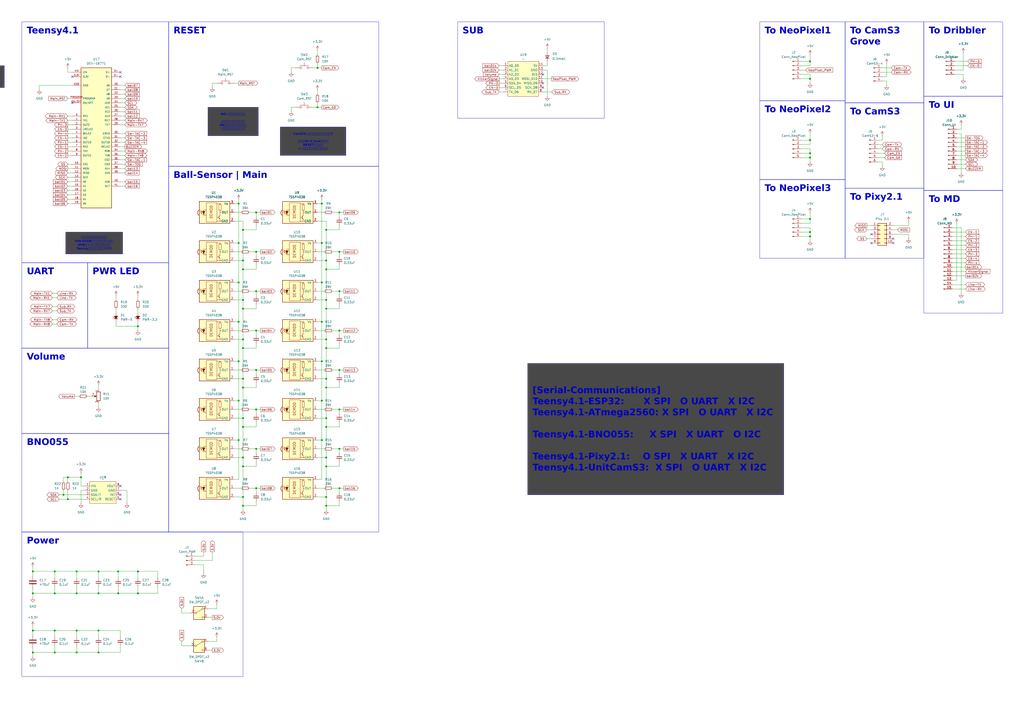
<source format=kicad_sch>
(kicad_sch (version 20231120) (generator "eeschema") (generator_version "8.0")
  (paper "A2")
  (junction (at 469.9 134.62))
  (junction (at 138.43 209.55))
  (junction (at 39.37 289.56))
  (junction (at 148.59 191.77))
  (junction (at 140.97 224.79))
  (junction (at 19.05 331.47))
  (junction (at 140.97 133.35))
  (junction (at 31.75 331.47))
  (junction (at 148.59 237.49))
  (junction (at 44.45 331.47))
  (junction (at 138.43 232.41))
  (junction (at 189.23 242.57))
  (junction (at 140.97 265.43))
  (junction (at 196.85 283.21))
  (junction (at 140.97 219.71))
  (junction (at 186.69 163.83))
  (junction (at 140.97 151.13))
  (junction (at 469.9 88.9))
  (junction (at 36.83 287.02))
  (junction (at 140.97 293.37))
  (junction (at 140.97 179.07))
  (junction (at 140.97 156.21))
  (junction (at 80.01 331.47))
  (junction (at 138.43 255.27))
  (junction (at 39.37 276.86))
  (junction (at 31.75 344.17))
  (junction (at 469.9 45.72))
  (junction (at 148.59 283.21))
  (junction (at 140.97 196.85))
  (junction (at 184.15 62.23))
  (junction (at 57.15 344.17))
  (junction (at 469.9 137.16))
  (junction (at 189.23 288.29))
  (junction (at 57.15 378.46))
  (junction (at 148.59 260.35))
  (junction (at 138.43 163.83))
  (junction (at 46.99 276.86))
  (junction (at 196.85 214.63))
  (junction (at 19.05 365.76))
  (junction (at 57.15 331.47))
  (junction (at 31.75 365.76))
  (junction (at 196.85 146.05))
  (junction (at 31.75 378.46))
  (junction (at 189.23 247.65))
  (junction (at 196.85 123.19))
  (junction (at 138.43 140.97))
  (junction (at 140.97 288.29))
  (junction (at 189.23 133.35))
  (junction (at 140.97 242.57))
  (junction (at 44.45 344.17))
  (junction (at 189.23 270.51))
  (junction (at 189.23 151.13))
  (junction (at 148.59 168.91))
  (junction (at 189.23 224.79))
  (junction (at 189.23 265.43))
  (junction (at 148.59 214.63))
  (junction (at 19.05 344.17))
  (junction (at 186.69 209.55))
  (junction (at 186.69 140.97))
  (junction (at 196.85 191.77))
  (junction (at 80.01 189.23))
  (junction (at 148.59 123.19))
  (junction (at 196.85 168.91))
  (junction (at 68.58 344.17))
  (junction (at 189.23 156.21))
  (junction (at 44.45 365.76))
  (junction (at 19.05 378.46))
  (junction (at 189.23 179.07))
  (junction (at 186.69 232.41))
  (junction (at 138.43 186.69))
  (junction (at 186.69 118.11))
  (junction (at 196.85 260.35))
  (junction (at 140.97 173.99))
  (junction (at 184.15 39.37))
  (junction (at 138.43 118.11))
  (junction (at 140.97 201.93))
  (junction (at 186.69 255.27))
  (junction (at 469.9 35.56))
  (junction (at 189.23 219.71))
  (junction (at 57.15 365.76))
  (junction (at 140.97 247.65))
  (junction (at 189.23 201.93))
  (junction (at 469.9 81.28))
  (junction (at 80.01 344.17))
  (junction (at 140.97 270.51))
  (junction (at 189.23 196.85))
  (junction (at 189.23 173.99))
  (junction (at 68.58 331.47))
  (junction (at 186.69 186.69))
  (junction (at 44.45 378.46))
  (junction (at 196.85 237.49))
  (junction (at 469.9 91.44))
  (junction (at 469.9 127))
  (junction (at 189.23 293.37))
  (junction (at 148.59 146.05))
  (no_connect (at 505.46 140.97))
  (no_connect (at 314.96 48.26))
  (no_connect (at 69.85 289.56))
  (no_connect (at 41.91 44.45))
  (no_connect (at 505.46 135.89))
  (no_connect (at 69.85 41.91))
  (no_connect (at 518.16 140.97))
  (no_connect (at 69.85 44.45))
  (no_connect (at 314.96 50.8))
  (no_connect (at 69.85 287.02))
  (no_connect (at 314.96 43.18))
  (no_connect (at 69.85 281.94))
  (no_connect (at 41.91 59.69))
  (no_connect (at 518.16 138.43))
  (wire (pts (xy 189.23 151.13) (xy 189.23 156.21)))
  (wire (pts (xy 469.9 81.28) (xy 469.9 83.82)))
  (wire (pts (xy 511.81 96.52) (xy 511.81 93.98)))
  (wire (pts (xy 502.92 130.81) (xy 505.46 130.81)))
  (wire (pts (xy 135.89 265.43) (xy 140.97 265.43)))
  (wire (pts (xy 464.82 40.64) (xy 467.36 40.64)))
  (wire (pts (xy 148.59 191.77) (xy 148.59 194.31)))
  (wire (pts (xy 196.85 283.21) (xy 196.85 285.75)))
  (wire (pts (xy 514.35 36.83) (xy 514.35 44.45)))
  (wire (pts (xy 193.04 146.05) (xy 196.85 146.05)))
  (wire (pts (xy 135.89 288.29) (xy 140.97 288.29)))
  (wire (pts (xy 511.81 39.37) (xy 516.89 39.37)))
  (wire (pts (xy 138.43 140.97) (xy 138.43 163.83)))
  (wire (pts (xy 73.66 284.48) (xy 69.85 284.48)))
  (wire (pts (xy 72.39 59.69) (xy 69.85 59.69)))
  (wire (pts (xy 511.81 83.82) (xy 509.27 83.82)))
  (wire (pts (xy 123.19 320.04) (xy 123.19 325.12)))
  (wire (pts (xy 80.01 331.47) (xy 91.44 331.47)))
  (wire (pts (xy 140.97 288.29) (xy 140.97 293.37)))
  (wire (pts (xy 39.37 105.41) (xy 41.91 105.41)))
  (wire (pts (xy 469.9 137.16) (xy 464.82 137.16)))
  (wire (pts (xy 135.89 214.63) (xy 139.7 214.63)))
  (wire (pts (xy 184.15 265.43) (xy 189.23 265.43)))
  (wire (pts (xy 140.97 133.35) (xy 148.59 133.35)))
  (wire (pts (xy 31.75 344.17) (xy 31.75 340.36)))
  (wire (pts (xy 464.82 134.62) (xy 469.9 134.62)))
  (wire (pts (xy 558.8 30.48) (xy 558.8 40.64)))
  (wire (pts (xy 184.15 255.27) (xy 186.69 255.27)))
  (wire (pts (xy 72.39 54.61) (xy 69.85 54.61)))
  (wire (pts (xy 31.75 378.46) (xy 44.45 378.46)))
  (wire (pts (xy 39.37 72.39) (xy 41.91 72.39)))
  (wire (pts (xy 196.85 176.53) (xy 196.85 179.07)))
  (wire (pts (xy 168.91 39.37) (xy 168.91 41.91)))
  (wire (pts (xy 469.9 48.26) (xy 469.9 45.72)))
  (wire (pts (xy 464.82 88.9) (xy 469.9 88.9)))
  (wire (pts (xy 184.15 36.83) (xy 184.15 39.37)))
  (wire (pts (xy 148.59 260.35) (xy 151.13 260.35)))
  (wire (pts (xy 19.05 341.63) (xy 19.05 344.17)))
  (wire (pts (xy 123.19 48.26) (xy 123.19 50.8)))
  (wire (pts (xy 189.23 219.71) (xy 189.23 224.79)))
  (wire (pts (xy 46.99 276.86) (xy 46.99 281.94)))
  (wire (pts (xy 80.01 189.23) (xy 80.01 191.77)))
  (wire (pts (xy 184.15 219.71) (xy 189.23 219.71)))
  (wire (pts (xy 560.07 142.24) (xy 552.45 142.24)))
  (wire (pts (xy 184.15 146.05) (xy 187.96 146.05)))
  (wire (pts (xy 144.78 260.35) (xy 148.59 260.35)))
  (wire (pts (xy 144.78 146.05) (xy 148.59 146.05)))
  (wire (pts (xy 289.56 43.18) (xy 292.1 43.18)))
  (wire (pts (xy 148.59 290.83) (xy 148.59 293.37)))
  (wire (pts (xy 184.15 52.07) (xy 184.15 54.61)))
  (wire (pts (xy 196.85 146.05) (xy 196.85 148.59)))
  (wire (pts (xy 314.96 45.72) (xy 320.04 45.72)))
  (wire (pts (xy 57.15 378.46) (xy 57.15 374.65)))
  (wire (pts (xy 135.89 146.05) (xy 139.7 146.05)))
  (wire (pts (xy 135.89 242.57) (xy 140.97 242.57)))
  (wire (pts (xy 19.05 363.22) (xy 19.05 365.76)))
  (wire (pts (xy 196.85 267.97) (xy 196.85 270.51)))
  (wire (pts (xy 140.97 219.71) (xy 140.97 224.79)))
  (wire (pts (xy 184.15 242.57) (xy 189.23 242.57)))
  (wire (pts (xy 123.19 377.19) (xy 120.65 377.19)))
  (wire (pts (xy 464.82 81.28) (xy 469.9 81.28)))
  (wire (pts (xy 184.15 168.91) (xy 187.96 168.91)))
  (wire (pts (xy 148.59 267.97) (xy 148.59 270.51)))
  (wire (pts (xy 140.97 265.43) (xy 140.97 270.51)))
  (wire (pts (xy 148.59 199.39) (xy 148.59 201.93)))
  (wire (pts (xy 80.01 171.45) (xy 80.01 173.99)))
  (wire (pts (xy 39.37 102.87) (xy 41.91 102.87)))
  (wire (pts (xy 135.89 118.11) (xy 138.43 118.11)))
  (wire (pts (xy 148.59 214.63) (xy 151.13 214.63)))
  (wire (pts (xy 140.97 133.35) (xy 140.97 151.13)))
  (wire (pts (xy 184.15 140.97) (xy 186.69 140.97)))
  (wire (pts (xy 148.59 153.67) (xy 148.59 156.21)))
  (wire (pts (xy 19.05 344.17) (xy 31.75 344.17)))
  (wire (pts (xy 73.66 292.1) (xy 73.66 284.48)))
  (wire (pts (xy 57.15 233.68) (xy 57.15 236.22)))
  (wire (pts (xy 36.83 276.86) (xy 36.83 279.4)))
  (wire (pts (xy 552.45 132.08) (xy 557.53 132.08)))
  (wire (pts (xy 80.01 179.07) (xy 80.01 181.61)))
  (wire (pts (xy 138.43 186.69) (xy 138.43 209.55)))
  (wire (pts (xy 196.85 222.25) (xy 196.85 224.79)))
  (wire (pts (xy 196.85 153.67) (xy 196.85 156.21)))
  (wire (pts (xy 57.15 223.52) (xy 57.15 226.06)))
  (wire (pts (xy 184.15 151.13) (xy 189.23 151.13)))
  (wire (pts (xy 91.44 344.17) (xy 91.44 340.36)))
  (wire (pts (xy 135.89 173.99) (xy 140.97 173.99)))
  (wire (pts (xy 44.45 344.17) (xy 57.15 344.17)))
  (wire (pts (xy 196.85 237.49) (xy 196.85 240.03)))
  (wire (pts (xy 554.99 129.54) (xy 554.99 162.56)))
  (wire (pts (xy 144.78 191.77) (xy 148.59 191.77)))
  (wire (pts (xy 502.92 138.43) (xy 505.46 138.43)))
  (wire (pts (xy 39.37 85.09) (xy 41.91 85.09)))
  (wire (pts (xy 19.05 331.47) (xy 31.75 331.47)))
  (wire (pts (xy 189.23 265.43) (xy 189.23 270.51)))
  (wire (pts (xy 135.89 255.27) (xy 138.43 255.27)))
  (wire (pts (xy 44.45 378.46) (xy 44.45 374.65)))
  (wire (pts (xy 196.85 214.63) (xy 199.39 214.63)))
  (wire (pts (xy 39.37 77.47) (xy 41.91 77.47)))
  (wire (pts (xy 464.82 129.54) (xy 469.9 129.54)))
  (wire (pts (xy 511.81 86.36) (xy 509.27 86.36)))
  (wire (pts (xy 68.58 344.17) (xy 68.58 340.36)))
  (wire (pts (xy 469.9 132.08) (xy 469.9 134.62)))
  (wire (pts (xy 314.96 40.64) (xy 317.5 40.64)))
  (wire (pts (xy 196.85 290.83) (xy 196.85 293.37)))
  (wire (pts (xy 135.89 168.91) (xy 139.7 168.91)))
  (wire (pts (xy 193.04 123.19) (xy 196.85 123.19)))
  (wire (pts (xy 196.85 237.49) (xy 199.39 237.49)))
  (wire (pts (xy 39.37 115.57) (xy 41.91 115.57)))
  (wire (pts (xy 140.97 224.79) (xy 148.59 224.79)))
  (wire (pts (xy 46.99 284.48) (xy 49.53 284.48)))
  (wire (pts (xy 31.75 331.47) (xy 44.45 331.47)))
  (wire (pts (xy 469.9 139.7) (xy 469.9 137.16)))
  (wire (pts (xy 196.85 283.21) (xy 199.39 283.21)))
  (wire (pts (xy 469.9 88.9) (xy 469.9 91.44)))
  (wire (pts (xy 39.37 82.55) (xy 41.91 82.55)))
  (wire (pts (xy 39.37 90.17) (xy 41.91 90.17)))
  (wire (pts (xy 19.05 365.76) (xy 19.05 368.3)))
  (wire (pts (xy 557.53 74.93) (xy 554.99 74.93)))
  (wire (pts (xy 105.41 355.6) (xy 110.49 355.6)))
  (wire (pts (xy 511.81 41.91) (xy 516.89 41.91)))
  (wire (pts (xy 125.73 350.52) (xy 125.73 353.06)))
  (wire (pts (xy 511.81 44.45) (xy 514.35 44.45)))
  (wire (pts (xy 189.23 156.21) (xy 196.85 156.21)))
  (wire (pts (xy 186.69 115.57) (xy 186.69 118.11)))
  (wire (pts (xy 135.89 186.69) (xy 138.43 186.69)))
  (wire (pts (xy 39.37 113.03) (xy 41.91 113.03)))
  (wire (pts (xy 196.85 260.35) (xy 199.39 260.35)))
  (wire (pts (xy 30.48 177.8) (xy 33.02 177.8)))
  (wire (pts (xy 39.37 107.95) (xy 41.91 107.95)))
  (wire (pts (xy 189.23 270.51) (xy 196.85 270.51)))
  (wire (pts (xy 464.82 127) (xy 469.9 127)))
  (wire (pts (xy 30.48 185.42) (xy 33.02 185.42)))
  (wire (pts (xy 561.34 35.56) (xy 553.72 35.56)))
  (wire (pts (xy 186.69 163.83) (xy 186.69 186.69)))
  (wire (pts (xy 184.15 29.21) (xy 184.15 31.75)))
  (wire (pts (xy 36.83 287.02) (xy 49.53 287.02)))
  (wire (pts (xy 469.9 43.18) (xy 469.9 45.72)))
  (wire (pts (xy 189.23 270.51) (xy 189.23 288.29)))
  (wire (pts (xy 135.89 283.21) (xy 139.7 283.21)))
  (wire (pts (xy 513.08 91.44) (xy 509.27 91.44)))
  (wire (pts (xy 514.35 46.99) (xy 514.35 49.53)))
  (wire (pts (xy 140.97 196.85) (xy 140.97 201.93)))
  (wire (pts (xy 196.85 214.63) (xy 196.85 217.17)))
  (wire (pts (xy 72.39 85.09) (xy 69.85 85.09)))
  (wire (pts (xy 46.99 292.1) (xy 46.99 284.48)))
  (wire (pts (xy 184.15 288.29) (xy 189.23 288.29)))
  (wire (pts (xy 189.23 224.79) (xy 196.85 224.79)))
  (wire (pts (xy 552.45 162.56) (xy 554.99 162.56)))
  (wire (pts (xy 186.69 140.97) (xy 186.69 163.83)))
  (wire (pts (xy 513.08 88.9) (xy 509.27 88.9)))
  (wire (pts (xy 148.59 260.35) (xy 148.59 262.89)))
  (wire (pts (xy 557.53 77.47) (xy 554.99 77.47)))
  (wire (pts (xy 189.23 224.79) (xy 189.23 242.57)))
  (wire (pts (xy 193.04 168.91) (xy 196.85 168.91)))
  (wire (pts (xy 560.07 85.09) (xy 554.99 85.09)))
  (wire (pts (xy 196.85 123.19) (xy 196.85 125.73)))
  (wire (pts (xy 148.59 237.49) (xy 151.13 237.49)))
  (wire (pts (xy 135.89 191.77) (xy 139.7 191.77)))
  (wire (pts (xy 148.59 222.25) (xy 148.59 224.79)))
  (wire (pts (xy 511.81 78.74) (xy 511.81 81.28)))
  (wire (pts (xy 118.11 332.74) (xy 118.11 327.66)))
  (wire (pts (xy 80.01 186.69) (xy 80.01 189.23)))
  (wire (pts (xy 196.85 130.81) (xy 196.85 133.35)))
  (wire (pts (xy 19.05 328.93) (xy 19.05 331.47)))
  (wire (pts (xy 464.82 86.36) (xy 469.9 86.36)))
  (wire (pts (xy 39.37 118.11) (xy 41.91 118.11)))
  (wire (pts (xy 560.07 90.17) (xy 554.99 90.17)))
  (wire (pts (xy 184.15 163.83) (xy 186.69 163.83)))
  (wire (pts (xy 44.45 365.76) (xy 44.45 369.57)))
  (wire (pts (xy 189.23 247.65) (xy 189.23 265.43)))
  (wire (pts (xy 19.05 375.92) (xy 19.05 378.46)))
  (wire (pts (xy 560.07 149.86) (xy 552.45 149.86)))
  (wire (pts (xy 186.69 209.55) (xy 186.69 232.41)))
  (wire (pts (xy 186.69 118.11) (xy 186.69 140.97)))
  (wire (pts (xy 148.59 283.21) (xy 151.13 283.21)))
  (wire (pts (xy 189.23 179.07) (xy 189.23 196.85)))
  (wire (pts (xy 289.56 40.64) (xy 292.1 40.64)))
  (wire (pts (xy 148.59 176.53) (xy 148.59 179.07)))
  (wire (pts (xy 123.19 358.14) (xy 120.65 358.14)))
  (wire (pts (xy 464.82 83.82) (xy 469.9 83.82)))
  (wire (pts (xy 148.59 146.05) (xy 148.59 148.59)))
  (wire (pts (xy 511.81 93.98) (xy 509.27 93.98)))
  (wire (pts (xy 118.11 320.04) (xy 118.11 322.58)))
  (wire (pts (xy 469.9 45.72) (xy 464.82 45.72)))
  (wire (pts (xy 67.31 171.45) (xy 67.31 173.99)))
  (wire (pts (xy 135.89 232.41) (xy 138.43 232.41)))
  (wire (pts (xy 469.9 35.56) (xy 469.9 38.1)))
  (wire (pts (xy 181.61 62.23) (xy 184.15 62.23)))
  (wire (pts (xy 135.89 278.13) (xy 138.43 278.13)))
  (wire (pts (xy 39.37 39.37) (xy 39.37 41.91)))
  (wire (pts (xy 105.41 372.11) (xy 105.41 374.65)))
  (wire (pts (xy 72.39 67.31) (xy 69.85 67.31)))
  (wire (pts (xy 39.37 41.91) (xy 41.91 41.91)))
  (wire (pts (xy 39.37 87.63) (xy 41.91 87.63)))
  (wire (pts (xy 560.07 152.4) (xy 552.45 152.4)))
  (wire (pts (xy 148.59 214.63) (xy 148.59 217.17)))
  (wire (pts (xy 72.39 107.95) (xy 69.85 107.95)))
  (wire (pts (xy 184.15 62.23) (xy 186.69 62.23)))
  (wire (pts (xy 184.15 196.85) (xy 189.23 196.85)))
  (wire (pts (xy 30.48 170.18) (xy 33.02 170.18)))
  (wire (pts (xy 46.99 274.32) (xy 46.99 276.86)))
  (wire (pts (xy 67.31 179.07) (xy 67.31 181.61)))
  (wire (pts (xy 148.59 123.19) (xy 148.59 125.73)))
  (wire (pts (xy 140.97 247.65) (xy 140.97 265.43)))
  (wire (pts (xy 36.83 284.48) (xy 36.83 287.02)))
  (wire (pts (xy 44.45 378.46) (xy 57.15 378.46)))
  (wire (pts (xy 184.15 118.11) (xy 186.69 118.11)))
  (wire (pts (xy 140.97 128.27) (xy 140.97 133.35)))
  (wire (pts (xy 140.97 156.21) (xy 140.97 173.99)))
  (wire (pts (xy 181.61 39.37) (xy 184.15 39.37)))
  (wire (pts (xy 34.29 287.02) (xy 36.83 287.02)))
  (wire (pts (xy 193.04 237.49) (xy 196.85 237.49)))
  (wire (pts (xy 80.01 344.17) (xy 91.44 344.17)))
  (wire (pts (xy 72.39 92.71) (xy 69.85 92.71)))
  (wire (pts (xy 140.97 293.37) (xy 148.59 293.37)))
  (wire (pts (xy 67.31 186.69) (xy 67.31 189.23)))
  (wire (pts (xy 135.89 140.97) (xy 138.43 140.97)))
  (wire (pts (xy 560.07 134.62) (xy 552.45 134.62)))
  (wire (pts (xy 469.9 31.75) (xy 469.9 35.56)))
  (wire (pts (xy 135.89 163.83) (xy 138.43 163.83)))
  (wire (pts (xy 464.82 35.56) (xy 469.9 35.56)))
  (wire (pts (xy 135.89 123.19) (xy 139.7 123.19)))
  (wire (pts (xy 39.37 276.86) (xy 39.37 279.4)))
  (wire (pts (xy 39.37 80.01) (xy 41.91 80.01)))
  (wire (pts (xy 72.39 49.53) (xy 69.85 49.53)))
  (wire (pts (xy 125.73 369.57) (xy 125.73 372.11)))
  (wire (pts (xy 144.78 283.21) (xy 148.59 283.21)))
  (wire (pts (xy 314.96 53.34) (xy 320.04 53.34)))
  (wire (pts (xy 72.39 80.01) (xy 69.85 80.01)))
  (wire (pts (xy 39.37 57.15) (xy 41.91 57.15)))
  (wire (pts (xy 560.07 92.71) (xy 554.99 92.71)))
  (wire (pts (xy 19.05 331.47) (xy 19.05 334.01)))
  (wire (pts (xy 72.39 64.77) (xy 69.85 64.77)))
  (wire (pts (xy 189.23 247.65) (xy 196.85 247.65)))
  (wire (pts (xy 196.85 245.11) (xy 196.85 247.65)))
  (wire (pts (xy 148.59 168.91) (xy 148.59 171.45)))
  (wire (pts (xy 186.69 186.69) (xy 186.69 209.55)))
  (wire (pts (xy 125.73 353.06) (xy 120.65 353.06)))
  (wire (pts (xy 189.23 201.93) (xy 189.23 219.71)))
  (wire (pts (xy 31.75 365.76) (xy 44.45 365.76)))
  (wire (pts (xy 317.5 38.1) (xy 314.96 38.1)))
  (wire (pts (xy 560.07 97.79) (xy 554.99 97.79)))
  (wire (pts (xy 196.85 168.91) (xy 199.39 168.91)))
  (wire (pts (xy 184.15 128.27) (xy 189.23 128.27)))
  (wire (pts (xy 184.15 237.49) (xy 187.96 237.49)))
  (wire (pts (xy 57.15 331.47) (xy 68.58 331.47)))
  (wire (pts (xy 464.82 38.1) (xy 469.9 38.1)))
  (wire (pts (xy 72.39 77.47) (xy 69.85 77.47)))
  (wire (pts (xy 148.59 130.81) (xy 148.59 133.35)))
  (wire (pts (xy 72.39 82.55) (xy 69.85 82.55)))
  (wire (pts (xy 39.37 276.86) (xy 46.99 276.86)))
  (wire (pts (xy 140.97 151.13) (xy 140.97 156.21)))
  (wire (pts (xy 41.91 97.79) (xy 39.37 97.79)))
  (wire (pts (xy 148.59 146.05) (xy 151.13 146.05)))
  (wire (pts (xy 36.83 276.86) (xy 39.37 276.86)))
  (wire (pts (xy 39.37 67.31) (xy 41.91 67.31)))
  (wire (pts (xy 148.59 168.91) (xy 151.13 168.91)))
  (wire (pts (xy 46.99 281.94) (xy 49.53 281.94)))
  (wire (pts (xy 57.15 344.17) (xy 68.58 344.17)))
  (wire (pts (xy 68.58 344.17) (xy 80.01 344.17)))
  (wire (pts (xy 72.39 100.33) (xy 69.85 100.33)))
  (wire (pts (xy 289.56 53.34) (xy 292.1 53.34)))
  (wire (pts (xy 189.23 128.27) (xy 189.23 133.35)))
  (wire (pts (xy 168.91 62.23) (xy 171.45 62.23)))
  (wire (pts (xy 557.53 72.39) (xy 557.53 74.93)))
  (wire (pts (xy 72.39 90.17) (xy 69.85 90.17)))
  (wire (pts (xy 527.05 128.27) (xy 527.05 130.81)))
  (wire (pts (xy 67.31 189.23) (xy 80.01 189.23)))
  (wire (pts (xy 135.89 260.35) (xy 139.7 260.35)))
  (wire (pts (xy 39.37 69.85) (xy 41.91 69.85)))
  (wire (pts (xy 186.69 255.27) (xy 186.69 278.13)))
  (wire (pts (xy 469.9 123.19) (xy 469.9 127)))
  (wire (pts (xy 140.97 270.51) (xy 140.97 288.29)))
  (wire (pts (xy 41.91 49.53) (xy 22.86 49.53)))
  (wire (pts (xy 105.41 353.06) (xy 105.41 355.6)))
  (wire (pts (xy 138.43 209.55) (xy 138.43 232.41)))
  (wire (pts (xy 560.07 144.78) (xy 552.45 144.78)))
  (wire (pts (xy 135.89 151.13) (xy 140.97 151.13)))
  (wire (pts (xy 140.97 173.99) (xy 140.97 179.07)))
  (wire (pts (xy 135.89 209.55) (xy 138.43 209.55)))
  (wire (pts (xy 168.91 62.23) (xy 168.91 64.77)))
  (wire (pts (xy 140.97 179.07) (xy 148.59 179.07)))
  (wire (pts (xy 193.04 214.63) (xy 196.85 214.63)))
  (wire (pts (xy 469.9 86.36) (xy 469.9 88.9)))
  (wire (pts (xy 140.97 270.51) (xy 148.59 270.51)))
  (wire (pts (xy 518.16 130.81) (xy 527.05 130.81)))
  (wire (pts (xy 560.07 80.01) (xy 554.99 80.01)))
  (wire (pts (xy 138.43 232.41) (xy 138.43 255.27)))
  (wire (pts (xy 53.34 229.87) (xy 50.8 229.87)))
  (wire (pts (xy 72.39 105.41) (xy 69.85 105.41)))
  (wire (pts (xy 189.23 242.57) (xy 189.23 247.65)))
  (wire (pts (xy 45.72 229.87) (xy 43.18 229.87)))
  (wire (pts (xy 72.39 52.07) (xy 69.85 52.07)))
  (wire (pts (xy 189.23 156.21) (xy 189.23 173.99)))
  (wire (pts (xy 57.15 331.47) (xy 57.15 335.28)))
  (wire (pts (xy 39.37 110.49) (xy 41.91 110.49)))
  (wire (pts (xy 184.15 283.21) (xy 187.96 283.21)))
  (wire (pts (xy 138.43 115.57) (xy 138.43 118.11)))
  (wire (pts (xy 317.5 35.56) (xy 317.5 38.1)))
  (wire (pts (xy 527.05 135.89) (xy 527.05 138.43)))
  (wire (pts (xy 80.01 331.47) (xy 80.01 335.28)))
  (wire (pts (xy 196.85 199.39) (xy 196.85 201.93)))
  (wire (pts (xy 558.8 43.18) (xy 553.72 43.18)))
  (wire (pts (xy 140.97 224.79) (xy 140.97 242.57)))
  (wire (pts (xy 72.39 72.39) (xy 69.85 72.39)))
  (wire (pts (xy 68.58 331.47) (xy 80.01 331.47)))
  (wire (pts (xy 184.15 191.77) (xy 187.96 191.77)))
  (wire (pts (xy 553.72 38.1) (xy 561.34 38.1)))
  (wire (pts (xy 31.75 365.76) (xy 31.75 369.57)))
  (wire (pts (xy 138.43 255.27) (xy 138.43 278.13)))
  (wire (pts (xy 189.23 293.37) (xy 196.85 293.37)))
  (wire (pts (xy 289.56 48.26) (xy 292.1 48.26)))
  (wire (pts (xy 72.39 95.25) (xy 69.85 95.25)))
  (wire (pts (xy 31.75 331.47) (xy 31.75 335.28)))
  (wire (pts (xy 558.8 40.64) (xy 553.72 40.64)))
  (wire (pts (xy 19.05 365.76) (xy 31.75 365.76)))
  (wire (pts (xy 22.86 49.53) (xy 22.86 52.07)))
  (wire (pts (xy 189.23 293.37) (xy 189.23 295.91)))
  (wire (pts (xy 186.69 232.41) (xy 186.69 255.27)))
  (wire (pts (xy 552.45 157.48) (xy 560.07 157.48)))
  (wire (pts (xy 518.16 135.89) (xy 527.05 135.89)))
  (wire (pts (xy 289.56 50.8) (xy 292.1 50.8)))
  (wire (pts (xy 148.59 237.49) (xy 148.59 240.03)))
  (wire (pts (xy 113.03 322.58) (xy 118.11 322.58)))
  (wire (pts (xy 558.8 45.72) (xy 558.8 43.18)))
  (wire (pts (xy 469.9 93.98) (xy 469.9 91.44)))
  (wire (pts (xy 184.15 260.35) (xy 187.96 260.35)))
  (wire (pts (xy 69.85 87.63) (xy 72.39 87.63)))
  (wire (pts (xy 189.23 133.35) (xy 196.85 133.35)))
  (wire (pts (xy 469.9 91.44) (xy 464.82 91.44)))
  (wire (pts (xy 30.48 180.34) (xy 33.02 180.34)))
  (wire (pts (xy 557.53 100.33) (xy 557.53 77.47)))
  (wire (pts (xy 135.89 196.85) (xy 140.97 196.85)))
  (wire (pts (xy 44.45 344.17) (xy 44.45 340.36)))
  (wire (pts (xy 560.07 82.55) (xy 554.99 82.55)))
  (wire (pts (xy 552.45 154.94) (xy 560.07 154.94)))
  (wire (pts (xy 196.85 191.77) (xy 196.85 194.31)))
  (wire (pts (xy 34.29 289.56) (xy 39.37 289.56)))
  (wire (pts (xy 72.39 62.23) (xy 69.85 62.23)))
  (wire (pts (xy 140.97 247.65) (xy 148.59 247.65)))
  (wire (pts (xy 469.9 127) (xy 469.9 129.54)))
  (wire (pts (xy 68.58 331.47) (xy 68.58 335.28)))
  (wire (pts (xy 30.48 172.72) (xy 33.02 172.72)))
  (wire (pts (xy 105.41 374.65) (xy 110.49 374.65)))
  (wire (pts (xy 31.75 344.17) (xy 44.45 344.17)))
  (wire (pts (xy 148.59 283.21) (xy 148.59 285.75)))
  (wire (pts (xy 144.78 123.19) (xy 148.59 123.19)))
  (wire (pts (xy 469.9 134.62) (xy 469.9 137.16)))
  (wire (pts (xy 138.43 163.83) (xy 138.43 186.69)))
  (wire (pts (xy 184.15 278.13) (xy 186.69 278.13)))
  (wire (pts (xy 189.23 288.29) (xy 189.23 293.37)))
  (wire (pts (xy 184.15 173.99) (xy 189.23 173.99)))
  (wire (pts (xy 91.44 331.47) (xy 91.44 335.28)))
  (wire (pts (xy 140.97 179.07) (xy 140.97 196.85)))
  (wire (pts (xy 189.23 179.07) (xy 196.85 179.07)))
  (wire (pts (xy 135.89 128.27) (xy 140.97 128.27)))
  (wire (pts (xy 80.01 344.17) (xy 80.01 340.36)))
  (wire (pts (xy 464.82 132.08) (xy 469.9 132.08)))
  (wire (pts (xy 184.15 214.63) (xy 187.96 214.63)))
  (wire (pts (xy 511.81 46.99) (xy 514.35 46.99)))
  (wire (pts (xy 125.73 372.11) (xy 120.65 372.11)))
  (wire (pts (xy 552.45 167.64) (xy 560.07 167.64)))
  (wire (pts (xy 196.85 123.19) (xy 199.39 123.19)))
  (wire (pts (xy 57.15 378.46) (xy 69.85 378.46)))
  (wire (pts (xy 44.45 331.47) (xy 57.15 331.47)))
  (wire (pts (xy 552.45 165.1) (xy 560.07 165.1)))
  (wire (pts (xy 189.23 133.35) (xy 189.23 151.13)))
  (wire (pts (xy 123.19 325.12) (xy 113.03 325.12)))
  (wire (pts (xy 184.15 39.37) (xy 186.69 39.37)))
  (wire (pts (xy 148.59 245.11) (xy 148.59 247.65)))
  (wire (pts (xy 135.89 219.71) (xy 140.97 219.71)))
  (wire (pts (xy 31.75 378.46) (xy 31.75 374.65)))
  (wire (pts (xy 123.19 48.26) (xy 125.73 48.26)))
  (wire (pts (xy 193.04 283.21) (xy 196.85 283.21)))
  (wire (pts (xy 44.45 331.47) (xy 44.45 335.28)))
  (wire (pts (xy 72.39 69.85) (xy 69.85 69.85)))
  (wire (pts (xy 72.39 57.15) (xy 69.85 57.15)))
  (wire (pts (xy 57.15 344.17) (xy 57.15 340.36)))
  (wire (pts (xy 19.05 378.46) (xy 31.75 378.46)))
  (wire (pts (xy 193.04 191.77) (xy 196.85 191.77)))
  (wire (pts (xy 560.07 137.16) (xy 552.45 137.16)))
  (wire (pts (xy 148.59 191.77) (xy 151.13 191.77)))
  (wire (pts (xy 189.23 196.85) (xy 189.23 201.93)))
  (wire (pts (xy 289.56 45.72) (xy 292.1 45.72)))
  (wire (pts (xy 135.89 237.49) (xy 139.7 237.49)))
  (wire (pts (xy 140.97 156.21) (xy 148.59 156.21)))
  (wire (pts (xy 560.07 95.25) (xy 554.99 95.25)))
  (wire (pts (xy 189.23 201.93) (xy 196.85 201.93)))
  (wire (pts (xy 41.91 100.33) (xy 39.37 100.33)))
  (wire (pts (xy 196.85 191.77) (xy 199.39 191.77)))
  (wire (pts (xy 184.15 123.19) (xy 187.96 123.19)))
  (wire (pts (xy 140.97 293.37) (xy 140.97 295.91)))
  (wire (pts (xy 509.27 81.28) (xy 511.81 81.28)))
  (wire (pts (xy 118.11 327.66) (xy 113.03 327.66)))
  (wire (pts (xy 502.92 133.35) (xy 505.46 133.35)))
  (wire (pts (xy 196.85 146.05) (xy 199.39 146.05)))
  (wire (pts (xy 135.89 48.26) (xy 138.43 48.26)))
  (wire (pts (xy 552.45 160.02) (xy 560.07 160.02)))
  (wire (pts (xy 193.04 260.35) (xy 196.85 260.35)))
  (wire (pts (xy 464.82 43.18) (xy 469.9 43.18)))
  (wire (pts (xy 39.37 74.93) (xy 41.91 74.93)))
  (wire (pts (xy 196.85 168.91) (xy 196.85 171.45)))
  (wire (pts (xy 140.97 201.93) (xy 148.59 201.93)))
  (wire (pts (xy 560.07 87.63) (xy 554.99 87.63)))
  (wire (pts (xy 57.15 365.76) (xy 69.85 365.76)))
  (wire (pts (xy 184.15 59.69) (xy 184.15 62.23)))
  (wire (pts (xy 184.15 209.55) (xy 186.69 209.55)))
  (wire (pts (xy 560.07 147.32) (xy 552.45 147.32)))
  (wire (pts (xy 184.15 186.69) (xy 186.69 186.69)))
  (wire (pts (xy 469.9 77.47) (xy 469.9 81.28)))
  (wire (pts (xy 30.48 187.96) (xy 33.02 187.96)))
  (wire (pts (xy 560.07 139.7) (xy 552.45 139.7)))
  (wire (pts (xy 69.85 365.76) (xy 69.85 369.57)))
  (wire (pts (xy 196.85 260.35) (xy 196.85 262.89)))
  (wire (pts (xy 148.59 123.19) (xy 151.13 123.19)))
  (wire (pts (xy 140.97 242.57) (xy 140.97 247.65)))
  (wire (pts (xy 289.56 38.1) (xy 292.1 38.1)))
  (wire (pts (xy 19.05 378.46) (xy 19.05 381)))
  (wire (pts (xy 140.97 201.93) (xy 140.97 219.71)))
  (wire (pts (xy 317.5 40.64) (xy 317.5 55.88)))
  (wire (pts (xy 144.78 214.63) (xy 148.59 214.63)))
  (wire (pts (xy 57.15 365.76) (xy 57.15 369.57)))
  (wire (pts (xy 518.16 133.35) (xy 520.7 133.35)))
  (wire (pts (xy 69.85 378.46) (xy 69.85 374.65)))
  (wire (pts (xy 39.37 284.48) (xy 39.37 289.56)))
  (wire (pts (xy 19.05 344.17) (xy 19.05 346.71)))
  (wire (pts (xy 138.43 118.11) (xy 138.43 140.97)))
  (wire (pts (xy 557.53 132.08) (xy 557.53 170.18)))
  (wire (pts (xy 44.45 365.76) (xy 57.15 365.76)))
  (wire (pts (xy 72.39 97.79) (xy 69.85 97.79)))
  (wire (pts (xy 39.37 289.56) (xy 49.53 289.56)))
  (wire (pts (xy 168.91 39.37) (xy 171.45 39.37)))
  (wire (pts (xy 144.78 237.49) (xy 148.59 237.49)))
  (wire (pts (xy 189.23 173.99) (xy 189.23 179.07)))
  (wire (pts (xy 317.5 27.94) (xy 317.5 30.48)))
  (wire (pts (xy 39.37 95.25) (xy 41.91 95.25)))
  (wire (pts (xy 184.15 232.41) (xy 186.69 232.41)))
  (wire (pts (xy 144.78 168.91) (xy 148.59 168.91)))
  (text_box "Ball-Sensor | Main" (at 97.79 96.52 0) (size 121.92 212.09) (effects (font (size 3.81 3.81)) (justify left top)))
  (text_box "RESET" (at 97.79 12.7 0) (size 121.92 83.82) (effects (font (size 3.81 3.81)) (justify left top)))
  (text_box "To CamS3\nGrove" (at 490.22 12.7 0) (size 45.72 46.99) (effects (font (size 3.81 3.81)) (justify left top)))
  (text_box "To NeoPixel2" (at 440.69 58.42 0) (size 49.53 45.72) (effects (font (size 3.81 3.81)) (justify left top)))
  (text_box "BNO055" (at 12.7 251.46 0) (size 85.09 57.15) (effects (font (size 3.81 3.81)) (justify left top)))
  (text_box "Teensy4.1" (at 12.7 12.7 0) (size 85.09 139.7) (effects (font (size 3.81 3.81)) (justify left top)))
  (text_box "To NeoPixel3" (at 440.69 104.14 0) (size 49.53 45.72) (effects (font (size 3.81 3.81)) (justify left top)))
  (text_box "SUB" (at 265.43 12.7 0) (size 85.09 55.88) (effects (font (size 3.81 3.81)) (justify left top)))
  (text_box "To Dribbler" (at 535.94 12.7 0) (size 45.72 43.18) (effects (font (size 3.81 3.81)) (justify left top)))
  (text_box "To NeoPixel1" (at 440.69 12.7 0) (size 49.53 45.72) (effects (font (size 3.81 3.81)) (justify left top)))
  (text_box "To UI" (at 535.94 55.88 0) (size 45.72 54.61) (effects (font (size 3.81 3.81)) (justify left top)))
  (text_box "[Serial-Communications]\nTeensy4.1-ESP32:      X SPI   O UART   X I2C\nTeensy4.1-ATmega2560: X SPI   O UART   X I2C\n\nTeensy4.1-BNO055:     X SPI   X UART   O I2C\n\nTeensy4.1-Pixy2.1:    O SPI   X UART   X I2C\nTeensy4.1-UnitCamS3:  X SPI   O UART   X I2C" (at 306.07 210.82 0) (size 148.59 76.2) (fill (type color) (color 72 72 72 1)) (effects (font (size 3.81 3.81) (thickness 0.508) (bold yes)) (justify left)))
  (text_box "CamS3に関してはプルアップ必要カモ?\n\nおそらくHi-ZとLowの違いで\nRESETかけている\n→ 誤動作防止用に抵抗付しておく" (at 162.56 73.66 0) (size 38.1 16.51) (fill (type color) (color 72 72 72 1)) (effects (font (size 1.27 1.27) (thickness 0.254) (bold yes))))
  (text_box "To Pixy2.1" (at 490.22 109.22 0) (size 45.72 40.64) (effects (font (size 3.81 3.81)) (justify left top)))
  (text_box "To CamS3" (at 490.22 59.69 0) (size 45.72 49.53) (effects (font (size 3.81 3.81)) (justify left top)))
  (text_box "NO-プルアップで確認済み\n\n元のモジュール化基板にある\nENボタンにもプルアップ抵抗\nは確認できなかったためなし" (at 120.65 62.23 0) (size 29.21 16.51) (fill (type color) (color 72 72 72 1)) (effects (font (size 1.27 1.27) (thickness 0.254) (bold yes))))
  (text_box "Power" (at 12.7 308.61 0) (size 128.27 83.82) (effects (font (size 3.81 3.81)) (justify left top)))
  (text_box "UART" (at 12.7 152.4 0) (size 38.1 49.53) (effects (font (size 3.81 3.81)) (justify left top)))
  (text_box "使用前には必ず開発ボード裏の\nVIN-VUSBジャンパをカットすること\nUSBケーブルとの電源の混合が起き\nTeensyが燃えるため絶対に!!!!!" (at 38.1 134.62 0) (size 33.02 12.7) (fill (type color) (color 72 72 72 1)) (effects (font (size 1.27 1.27) (thickness 0.254) (bold yes))))
  (text_box "ProgramのPCBの足の数を2本に" (at -30.48 38.1 0) (size 33.02 12.7) (fill (type color) (color 72 72 72 1)) (effects (font (size 1.27 1.27) (thickness 0.254) (bold yes))))
  (text_box "To MD" (at 535.94 110.49 0) (size 45.72 71.12) (effects (font (size 3.81 3.81)) (justify left top)))
  (text_box "Volume" (at 12.7 201.93 0) (size 85.09 49.53) (effects (font (size 3.81 3.81)) (justify left top)))
  (text_box "PWR LED" (at 50.8 152.4 0) (size 46.99 49.53) (effects (font (size 3.81 3.81)) (justify left top)))
  (global_label "EN-D" (shape output) (at 289.56 50.8 180) (property "Intersheetrefs" "${INTERSHEET_REFS}" (effects (hide yes))))
  (global_label "EN-4" (shape input) (at 560.07 149.86 0) (property "Intersheetrefs" "${INTERSHEET_REFS}" (effects (hide yes))))
  (global_label "SS" (shape bidirectional) (at 502.92 138.43 180) (property "Intersheetrefs" "${INTERSHEET_REFS}" (effects (hide yes))))
  (global_label "ball01" (shape output) (at 151.13 123.19 0) (property "Intersheetrefs" "${INTERSHEET_REFS}" (effects (hide yes))))
  (global_label "PH-1" (shape output) (at 39.37 82.55 180) (property "Intersheetrefs" "${INTERSHEET_REFS}" (effects (hide yes))))
  (global_label "Main-RX1" (shape bidirectional) (at 39.37 67.31 180) (property "Intersheetrefs" "${INTERSHEET_REFS}" (effects (hide yes))))
  (global_label "BUZZER" (shape output) (at 72.39 85.09 0) (property "Intersheetrefs" "${INTERSHEET_REFS}" (effects (hide yes))))
  (global_label "SCK" (shape bidirectional) (at 502.92 133.35 180) (property "Intersheetrefs" "${INTERSHEET_REFS}" (effects (hide yes))))
  (global_label "ball10" (shape output) (at 199.39 146.05 0) (property "Intersheetrefs" "${INTERSHEET_REFS}" (effects (hide yes))))
  (global_label "ball12" (shape output) (at 199.39 191.77 0) (property "Intersheetrefs" "${INTERSHEET_REFS}" (effects (hide yes))))
  (global_label "Line-TX" (shape bidirectional) (at 560.07 165.1 0) (property "Intersheetrefs" "${INTERSHEET_REFS}" (effects (hide yes))))
  (global_label "ball13" (shape input) (at 72.39 97.79 0) (property "Intersheetrefs" "${INTERSHEET_REFS}" (effects (hide yes))))
  (global_label "Main-TX7" (shape bidirectional) (at 30.48 177.8 180) (property "Intersheetrefs" "${INTERSHEET_REFS}" (effects (hide yes))))
  (global_label "ball04" (shape input) (at 39.37 113.03 180) (property "Intersheetrefs" "${INTERSHEET_REFS}" (effects (hide yes))))
  (global_label "MOSI" (shape output) (at 39.37 97.79 180) (property "Intersheetrefs" "${INTERSHEET_REFS}" (effects (hide yes))))
  (global_label "ball01k" (shape output) (at 560.07 154.94 0) (property "Intersheetrefs" "${INTERSHEET_REFS}" (effects (hide yes))))
  (global_label "SW-TAC-2" (shape output) (at 560.07 85.09 0) (property "Intersheetrefs" "${INTERSHEET_REFS}" (effects (hide yes))))
  (global_label "Sub_TX" (shape bidirectional) (at 33.02 180.34 0) (property "Intersheetrefs" "${INTERSHEET_REFS}" (effects (hide yes))))
  (global_label "ball09" (shape output) (at 199.39 123.19 0) (property "Intersheetrefs" "${INTERSHEET_REFS}" (effects (hide yes))))
  (global_label "MISO" (shape output) (at 502.92 130.81 180) (property "Intersheetrefs" "${INTERSHEET_REFS}" (effects (hide yes))))
  (global_label "EN-D" (shape input) (at 561.34 38.1 0) (property "Intersheetrefs" "${INTERSHEET_REFS}" (effects (hide yes))))
  (global_label "EN-3" (shape input) (at 560.07 144.78 0) (property "Intersheetrefs" "${INTERSHEET_REFS}" (effects (hide yes))))
  (global_label "Cam-TX" (shape bidirectional) (at 516.89 39.37 0) (property "Intersheetrefs" "${INTERSHEET_REFS}" (effects (hide yes))))
  (global_label "SW-TAC-3" (shape output) (at 560.07 87.63 0) (property "Intersheetrefs" "${INTERSHEET_REFS}" (effects (hide yes))))
  (global_label "SCK" (shape bidirectional) (at 39.37 102.87 180) (property "Intersheetrefs" "${INTERSHEET_REFS}" (effects (hide yes))))
  (global_label "ball10" (shape input) (at 72.39 57.15 0) (property "Intersheetrefs" "${INTERSHEET_REFS}" (effects (hide yes))))
  (global_label "EN-1" (shape output) (at 39.37 85.09 180) (property "Intersheetrefs" "${INTERSHEET_REFS}" (effects (hide yes))))
  (global_label "EN-2" (shape input) (at 560.07 139.7 0) (property "Intersheetrefs" "${INTERSHEET_REFS}" (effects (hide yes))))
  (global_label "5.0V" (shape output) (at 123.19 358.14 0) (property "Intersheetrefs" "${INTERSHEET_REFS}" (effects (hide yes))))
  (global_label "Main-RX1" (shape bidirectional) (at 30.48 172.72 180) (property "Intersheetrefs" "${INTERSHEET_REFS}" (effects (hide yes))))
  (global_label "ball15" (shape output) (at 199.39 260.35 0) (property "Intersheetrefs" "${INTERSHEET_REFS}" (effects (hide yes))))
  (global_label "Main-TX7" (shape bidirectional) (at 72.39 72.39 0) (property "Intersheetrefs" "${INTERSHEET_REFS}" (effects (hide yes))))
  (global_label "NeoPixel_PWM" (shape input) (at 467.36 40.64 0) (property "Intersheetrefs" "${INTERSHEET_REFS}" (effects (hide yes))))
  (global_label "Main_RST" (shape input) (at 39.37 57.15 180) (property "Intersheetrefs" "${INTERSHEET_REFS}" (effects (hide yes))))
  (global_label "Cam-TX" (shape bidirectional) (at 33.02 187.96 0) (property "Intersheetrefs" "${INTERSHEET_REFS}" (effects (hide yes))))
  (global_label "ball07" (shape input) (at 72.39 49.53 0) (property "Intersheetrefs" "${INTERSHEET_REFS}" (effects (hide yes))))
  (global_label "ball08" (shape output) (at 151.13 283.21 0) (property "Intersheetrefs" "${INTERSHEET_REFS}" (effects (hide yes))))
  (global_label "SDA" (shape bidirectional) (at 72.39 62.23 0) (property "Intersheetrefs" "${INTERSHEET_REFS}" (effects (hide yes))))
  (global_label "3.3V" (shape output) (at 123.19 320.04 90) (property "Intersheetrefs" "${INTERSHEET_REFS}" (effects (hide yes))))
  (global_label "SW-TAC-4" (shape input) (at 72.39 82.55 0) (property "Intersheetrefs" "${INTERSHEET_REFS}" (effects (hide yes))))
  (global_label "SW-TOG" (shape input) (at 72.39 95.25 0) (property "Intersheetrefs" "${INTERSHEET_REFS}" (effects (hide yes))))
  (global_label "PH-4" (shape output) (at 39.37 77.47 180) (property "Intersheetrefs" "${INTERSHEET_REFS}" (effects (hide yes))))
  (global_label "KickerSignal" (shape input) (at 560.07 157.48 0) (property "Intersheetrefs" "${INTERSHEET_REFS}" (effects (hide yes))))
  (global_label "ball14" (shape output) (at 199.39 237.49 0) (property "Intersheetrefs" "${INTERSHEET_REFS}" (effects (hide yes))))
  (global_label "Cam_G0" (shape input) (at 513.08 91.44 0) (property "Intersheetrefs" "${INTERSHEET_REFS}" (effects (hide yes))))
  (global_label "5.0V" (shape input) (at 105.41 353.06 90) (property "Intersheetrefs" "${INTERSHEET_REFS}" (effects (hide yes))))
  (global_label "Cam-RX" (shape bidirectional) (at 511.81 86.36 0) (property "Intersheetrefs" "${INTERSHEET_REFS}" (effects (hide yes))))
  (global_label "PH-2" (shape output) (at 39.37 87.63 180) (property "Intersheetrefs" "${INTERSHEET_REFS}" (effects (hide yes))))
  (global_label "NeoPixel_PWM" (shape output) (at 320.04 45.72 0) (property "Intersheetrefs" "${INTERSHEET_REFS}" (effects (hide yes))))
  (global_label "SW-TAC-3" (shape input) (at 72.39 80.01 0) (property "Intersheetrefs" "${INTERSHEET_REFS}" (effects (hide yes))))
  (global_label "BUZZER" (shape input) (at 560.07 97.79 0) (property "Intersheetrefs" "${INTERSHEET_REFS}" (effects (hide yes))))
  (global_label "ball04" (shape output) (at 151.13 191.77 0) (property "Intersheetrefs" "${INTERSHEET_REFS}" (effects (hide yes))))
  (global_label "PH-4" (shape input) (at 560.07 152.4 0) (property "Intersheetrefs" "${INTERSHEET_REFS}" (effects (hide yes))))
  (global_label "ball16" (shape output) (at 199.39 283.21 0) (property "Intersheetrefs" "${INTERSHEET_REFS}" (effects (hide yes))))
  (global_label "PH-1" (shape input) (at 560.07 137.16 0) (property "Intersheetrefs" "${INTERSHEET_REFS}" (effects (hide yes))))
  (global_label "EN-4" (shape output) (at 39.37 80.01 180) (property "Intersheetrefs" "${INTERSHEET_REFS}" (effects (hide yes))))
  (global_label "SW-TAC-1" (shape input) (at 72.39 92.71 0) (property "Intersheetrefs" "${INTERSHEET_REFS}" (effects (hide yes))))
  (global_label "Main-RX8" (shape bidirectional) (at 72.39 87.63 0) (property "Intersheetrefs" "${INTERSHEET_REFS}" (effects (hide yes))))
  (global_label "3.3V" (shape input) (at 105.41 372.11 90) (property "Intersheetrefs" "${INTERSHEET_REFS}" (effects (hide yes))))
  (global_label "SW-TAC-1" (shape output) (at 560.07 82.55 0) (property "Intersheetrefs" "${INTERSHEET_REFS}" (effects (hide yes))))
  (global_label "Cam-RX" (shape bidirectional) (at 516.89 41.91 0) (property "Intersheetrefs" "${INTERSHEET_REFS}" (effects (hide yes))))
  (global_label "ball05" (shape input) (at 39.37 115.57 180) (property "Intersheetrefs" "${INTERSHEET_REFS}" (effects (hide yes))))
  (global_label "EN-3" (shape output) (at 39.37 74.93 180) (property "Intersheetrefs" "${INTERSHEET_REFS}" (effects (hide yes))))
  (global_label "ball09" (shape input) (at 72.39 54.61 0) (property "Intersheetrefs" "${INTERSHEET_REFS}" (effects (hide yes))))
  (global_label "Cam_EN" (shape output) (at 186.69 39.37 0) (property "Intersheetrefs" "${INTERSHEET_REFS}" (effects (hide yes))))
  (global_label "ball02k" (shape output) (at 560.07 160.02 0) (property "Intersheetrefs" "${INTERSHEET_REFS}" (effects (hide yes))))
  (global_label "PH-3" (shape output) (at 39.37 72.39 180) (property "Intersheetrefs" "${INTERSHEET_REFS}" (effects (hide yes))))
  (global_label "ball13" (shape output) (at 199.39 214.63 0) (property "Intersheetrefs" "${INTERSHEET_REFS}" (effects (hide yes))))
  (global_label "SCL" (shape bidirectional) (at 34.29 289.56 180) (property "Intersheetrefs" "${INTERSHEET_REFS}" (effects (hide yes))))
  (global_label "ball11" (shape output) (at 199.39 168.91 0) (property "Intersheetrefs" "${INTERSHEET_REFS}" (effects (hide yes))))
  (global_label "PH-3" (shape input) (at 560.07 147.32 0) (property "Intersheetrefs" "${INTERSHEET_REFS}" (effects (hide yes))))
  (global_label "Cam-TX" (shape bidirectional) (at 511.81 83.82 0) (property "Intersheetrefs" "${INTERSHEET_REFS}" (effects (hide yes))))
  (global_label "EN-1" (shape input) (at 560.07 134.62 0) (property "Intersheetrefs" "${INTERSHEET_REFS}" (effects (hide yes))))
  (global_label "PH-2" (shape input) (at 560.07 142.24 0) (property "Intersheetrefs" "${INTERSHEET_REFS}" (effects (hide yes))))
  (global_label "Main-RX8" (shape bidirectional) (at 30.48 187.96 180) (property "Intersheetrefs" "${INTERSHEET_REFS}" (effects (hide yes))))
  (global_label "Main-TX8" (shape bidirectional) (at 72.39 90.17 0) (property "Intersheetrefs" "${INTERSHEET_REFS}" (effects (hide yes))))
  (global_label "MOSI" (shape input) (at 520.7 133.35 0) (property "Intersheetrefs" "${INTERSHEET_REFS}" (effects (hide yes))))
  (global_label "ball05" (shape output) (at 151.13 214.63 0) (property "Intersheetrefs" "${INTERSHEET_REFS}" (effects (hide yes))))
  (global_label "Main-TX1" (shape bidirectional) (at 30.48 170.18 180) (property "Intersheetrefs" "${INTERSHEET_REFS}" (effects (hide yes))))
  (global_label "Cam-RX" (shape bidirectional) (at 33.02 185.42 0) (property "Intersheetrefs" "${INTERSHEET_REFS}" (effects (hide yes))))
  (global_label "Volume" (shape output) (at 43.18 229.87 180) (property "Intersheetrefs" "${INTERSHEET_REFS}" (effects (hide yes))))
  (global_label "Main-RX7" (shape bidirectional) (at 30.48 180.34 180) (property "Intersheetrefs" "${INTERSHEET_REFS}" (effects (hide yes))))
  (global_label "ball12" (shape input) (at 72.39 67.31 0) (property "Intersheetrefs" "${INTERSHEET_REFS}" (effects (hide yes))))
  (global_label "Sub_RX" (shape bidirectional) (at 320.04 53.34 0) (property "Intersheetrefs" "${INTERSHEET_REFS}" (effects (hide yes))))
  (global_label "ball14" (shape input) (at 72.39 100.33 0) (property "Intersheetrefs" "${INTERSHEET_REFS}" (effects (hide yes))))
  (global_label "SDA" (shape bidirectional) (at 34.29 287.02 180) (property "Intersheetrefs" "${INTERSHEET_REFS}" (effects (hide yes))))
  (global_label "3.3V" (shape output) (at 123.19 377.19 0) (property "Intersheetrefs" "${INTERSHEET_REFS}" (effects (hide yes))))
  (global_label "ball16" (shape input) (at 72.39 107.95 0) (property "Intersheetrefs" "${INTERSHEET_REFS}" (effects (hide yes))))
  (global_label "Sub_TX" (shape bidirectional) (at 289.56 53.34 180) (property "Intersheetrefs" "${INTERSHEET_REFS}" (effects (hide yes))))
  (global_label "SCL" (shape bidirectional) (at 72.39 59.69 0) (property "Intersheetrefs" "${INTERSHEET_REFS}" (effects (hide yes))))
  (global_label "ball02" (shape input) (at 39.37 107.95 180) (property "Intersheetrefs" "${INTERSHEET_REFS}" (effects (hide yes))))
  (global_label "SS" (shape bidirectional) (at 39.37 95.25 180) (property "Intersheetrefs" "${INTERSHEET_REFS}" (effects (hide yes))))
  (global_label "ball03" (shape output) (at 151.13 168.91 0) (property "Intersheetrefs" "${INTERSHEET_REFS}" (effects (hide yes))))
  (global_label "5.0V" (shape output) (at 118.11 320.04 90) (property "Intersheetrefs" "${INTERSHEET_REFS}" (effects (hide yes))))
  (global_label "SCL" (shape bidirectional) (at 560.07 95.25 0) (property "Intersheetrefs" "${INTERSHEET_REFS}" (effects (hide yes))))
  (global_label "Cam_G0" (shape output) (at 186.69 62.23 0) (property "Intersheetrefs" "${INTERSHEET_REFS}" (effects (hide yes))))
  (global_label "ball01" (shape input) (at 39.37 105.41 180) (property "Intersheetrefs" "${INTERSHEET_REFS}" (effects (hide yes))))
  (global_label "ball07" (shape output) (at 151.13 260.35 0) (property "Intersheetrefs" "${INTERSHEET_REFS}" (effects (hide yes))))
  (global_label "ball15" (shape input) (at 72.39 105.41 0) (property "Intersheetrefs" "${INTERSHEET_REFS}" (effects (hide yes))))
  (global_label "Volume" (shape input) (at 289.56 43.18 180) (property "Intersheetrefs" "${INTERSHEET_REFS}" (effects (hide yes))))
  (global_label "SW-TOG" (shape output) (at 560.07 80.01 0) (property "Intersheetrefs" "${INTERSHEET_REFS}" (effects (hide yes))))
  (global_label "PH-D" (shape output) (at 289.56 48.26 180) (property "Intersheetrefs" "${INTERSHEET_REFS}" (effects (hide yes))))
  (global_label "Main-RX7" (shape bidirectional) (at 72.39 69.85 0) (property "Intersheetrefs" "${INTERSHEET_REFS}" (effects (hide yes))))
  (global_label "ball01k" (shape input) (at 289.56 38.1 180) (property "Intersheetrefs" "${INTERSHEET_REFS}" (effects (hide yes))))
  (global_label "Line-RX" (shape bidirectional) (at 560.07 167.64 0) (property "Intersheetrefs" "${INTERSHEET_REFS}" (effects (hide yes))))
  (global_label "SW-TAC-4" (shape output) (at 560.07 90.17 0) (property "Intersheetrefs" "${INTERSHEET_REFS}" (effects (hide yes))))
  (global_label "ball02" (shape output) (at 151.13 146.05 0) (property "Intersheetrefs" "${INTERSHEET_REFS}" (effects (hide yes))))
  (global_label "SW-TAC-2" (shape input) (at 72.39 77.47 0) (property "Intersheetrefs" "${INTERSHEET_REFS}" (effects (hide yes))))
  (global_label "ball06" (shape output) (at 151.13 237.49 0) (property "Intersheetrefs" "${INTERSHEET_REFS}" (effects (hide yes))))
  (global_label "ball02k" (shape input) (at 289.56 40.64 180) (property "Intersheetrefs" "${INTERSHEET_REFS}" (effects (hide yes))))
  (global_label "PH-D" (shape input) (at 561.34 35.56 0) (property "Intersheetrefs" "${INTERSHEET_REFS}" (effects (hide yes))))
  (global_label "ball11" (shape input) (at 72.39 64.77 0) (property "Intersheetrefs" "${INTERSHEET_REFS}" (effects (hide yes))))
  (global_label "Sub_RX" (shape bidirectional) (at 33.02 177.8 0) (property "Intersheetrefs" "${INTERSHEET_REFS}" (effects (hide yes))))
  (global_label "KickerSignal" (shape output) (at 289.56 45.72 180) (property "Intersheetrefs" "${INTERSHEET_REFS}" (effects (hide yes))))
  (global_label "SDA" (shape bidirectional) (at 560.07 92.71 0) (property "Intersheetrefs" "${INTERSHEET_REFS}" (effects (hide yes))))
  (global_label "Line-RX" (shape bidirectional) (at 33.02 170.18 0) (property "Intersheetrefs" "${INTERSHEET_REFS}" (effects (hide yes))))
  (global_label "Main_RST" (shape output) (at 138.43 48.26 0) (property "Intersheetrefs" "${INTERSHEET_REFS}" (effects (hide yes))))
  (global_label "MISO" (shape input) (at 39.37 100.33 180) (property "Intersheetrefs" "${INTERSHEET_REFS}" (effects (hide yes))))
  (global_label "Cam_EN" (shape input) (at 513.08 88.9 0) (property "Intersheetrefs" "${INTERSHEET_REFS}" (effects (hide yes))))
  (global_label "Line-TX" (shape bidirectional) (at 33.02 172.72 0) (property "Intersheetrefs" "${INTERSHEET_REFS}" (effects (hide yes))))
  (global_label "Main-TX1" (shape bidirectional) (at 39.37 69.85 180) (property "Intersheetrefs" "${INTERSHEET_REFS}" (effects (hide yes))))
  (global_label "EN-2" (shape output) (at 39.37 90.17 180) (property "Intersheetrefs" "${INTERSHEET_REFS}" (effects (hide yes))))
  (global_label "Main-TX8" (shape bidirectional) (at 30.48 185.42 180) (property "Intersheetrefs" "${INTERSHEET_REFS}" (effects (hide yes))))
  (global_label "ball08" (shape input) (at 72.39 52.07 0) (property "Intersheetrefs" "${INTERSHEET_REFS}" (effects (hide yes))))
  (global_label "ball06" (shape input) (at 39.37 118.11 180) (property "Intersheetrefs" "${INTERSHEET_REFS}" (effects (hide yes))))
  (global_label "ball03" (shape input) (at 39.37 110.49 180) (property "Intersheetrefs" "${INTERSHEET_REFS}" (effects (hide yes))))
  (symbol (lib_id "@2024-Main:TSSP4038") (at 173.99 168.91 0) (unit 1)
    (property "Reference" "U11" (at 172.255 157.48 0))
    (property "Value" "TSSP4038" (at 172.255 160.02 0))
    (property "Footprint" "@2024TOINIOT2-Main:TSSP4038" (effects (hide yes)))
    (property "Datasheet" "http://www.vishay.com/docs/82476/tssp58p38.pdf" (effects (hide yes)))
    (property "Description" "IR Detector for Mid Range Proximity Sensor" (effects (hide yes)))
  )
  (symbol (lib_id "@2024-Main:TSSP4038") (at 173.99 214.63 0) (unit 1)
    (property "Reference" "U13" (at 172.255 203.2 0))
    (property "Value" "TSSP4038" (at 172.255 205.74 0))
    (property "Footprint" "@2024TOINIOT2-Main:TSSP4038" (effects (hide yes)))
    (property "Datasheet" "http://www.vishay.com/docs/82476/tssp58p38.pdf" (effects (hide yes)))
    (property "Description" "IR Detector for Mid Range Proximity Sensor" (effects (hide yes)))
  )
  (symbol (lib_id "Connector:Conn_01x04_Pin") (at 506.73 41.91 0) (unit 1)
    (property "Reference" "J6" (at 507.365 34.29 0))
    (property "Value" "CamS3-4" (at 507.365 36.83 0))
    (property "Footprint" "Connector:NS-Tech_Grove_1x04_P2mm_Vertical" (effects (hide yes)))
    (property "Description" "Generic connector, single row, 01x04, script generated" (effects (hide yes)))
  )
  (symbol (lib_id "@2024-Main:TSSP4038") (at 173.99 283.21 0) (unit 1)
    (property "Reference" "U16" (at 172.255 271.78 0))
    (property "Value" "TSSP4038" (at 172.255 274.32 0))
    (property "Footprint" "@2024TOINIOT2-Main:TSSP4038" (effects (hide yes)))
    (property "Datasheet" "http://www.vishay.com/docs/82476/tssp58p38.pdf" (effects (hide yes)))
    (property "Description" "IR Detector for Mid Range Proximity Sensor" (effects (hide yes)))
  )
  (symbol (lib_id "@2024-Main:TSSP4038") (at 173.99 146.05 0) (unit 1)
    (property "Reference" "U10" (at 172.255 134.62 0))
    (property "Value" "TSSP4038" (at 172.255 137.16 0))
    (property "Footprint" "@2024TOINIOT2-Main:TSSP4038" (effects (hide yes)))
    (property "Datasheet" "http://www.vishay.com/docs/82476/tssp58p38.pdf" (effects (hide yes)))
    (property "Description" "IR Detector for Mid Range Proximity Sensor" (effects (hide yes)))
  )
  (symbol (lib_id "power:GND") (at 189.23 295.91 0) (unit 1)
    (property "Reference" "#PWR026" (effects (hide yes)))
    (property "Value" "GND" (at 189.23 300.99 0))
    (property "Description" "Power symbol creates a global label with name \"GND\" , ground" (effects (hide yes)))
  )
  (symbol (lib_id "Device:C_Small") (at 148.59 242.57 0) (unit 1)
    (property "Reference" "C6" (at 151.13 241.3063 0) (effects (justify left)))
    (property "Value" "0.33uF" (at 151.13 243.8463 0) (effects (justify left)))
    (property "Footprint" "Capacitor_SMD:C_0603_1608Metric" (effects (hide yes)))
    (property "Description" "Unpolarized capacitor, small symbol" (effects (hide yes)))
  )
  (symbol (lib_id "Connector:Conn_01x03_Pin") (at 107.95 325.12 0) (unit 1)
    (property "Reference" "J1" (at 108.585 317.5 0))
    (property "Value" "Conn_PWR" (at 108.585 320.04 0))
    (property "Footprint" "Connector_JST:JST_XH_B3B-XH-A_1x03_P2.50mm_Vertical" (effects (hide yes)))
    (property "Description" "Generic connector, single row, 01x03, script generated" (effects (hide yes)))
  )
  (symbol (lib_id "power:GND") (at 557.53 170.18 0) (unit 1)
    (property "Reference" "#PWR044" (effects (hide yes)))
    (property "Value" "GND" (at 557.53 175.26 0))
    (property "Description" "Power symbol creates a global label with name \"GND\" , ground" (effects (hide yes)))
  )
  (symbol (lib_id "Connector:Conn_01x05_Pin") (at 459.74 86.36 0) (unit 1)
    (property "Reference" "J3" (at 460.375 76.2 0))
    (property "Value" "Conn_NeoPixel" (at 460.375 78.74 0))
    (property "Footprint" "@2024TOINIOT2-Main:Connector" (effects (hide yes)))
    (property "Description" "Generic connector, single row, 01x05, script generated" (effects (hide yes)))
  )
  (symbol (lib_id "power:GND") (at 168.91 64.77 0) (unit 1)
    (property "Reference" "#PWR022" (effects (hide yes)))
    (property "Value" "GND" (at 168.91 69.85 0))
    (property "Description" "Power symbol creates a global label with name \"GND\" , ground" (effects (hide yes)))
  )
  (symbol (lib_id "Device:C_Small") (at 31.75 337.82 0) (unit 1)
    (property "Reference" "C19" (at 34.29 336.5563 0) (effects (justify left)))
    (property "Value" "0.1uF" (at 34.29 339.0963 0) (effects (justify left)))
    (property "Footprint" "Capacitor_SMD:C_0603_1608Metric" (effects (hide yes)))
    (property "Description" "Unpolarized capacitor, small symbol" (effects (hide yes)))
  )
  (symbol (lib_id "power:+5V") (at 67.31 171.45 0) (unit 1)
    (property "Reference" "#PWR011" (effects (hide yes)))
    (property "Value" "+5V" (at 67.31 166.37 0))
    (property "Description" "Power symbol creates a global label with name \"+5V\"" (effects (hide yes)))
  )
  (symbol (lib_id "@2024-Main:TSSP4038") (at 173.99 260.35 0) (unit 1)
    (property "Reference" "U15" (at 172.255 248.92 0))
    (property "Value" "TSSP4038" (at 172.255 251.46 0))
    (property "Footprint" "@2024TOINIOT2-Main:TSSP4038" (effects (hide yes)))
    (property "Datasheet" "http://www.vishay.com/docs/82476/tssp58p38.pdf" (effects (hide yes)))
    (property "Description" "IR Detector for Mid Range Proximity Sensor" (effects (hide yes)))
  )
  (symbol (lib_id "Device:C_Small") (at 80.01 337.82 0) (unit 1)
    (property "Reference" "C27" (at 82.55 336.5563 0) (effects (justify left)))
    (property "Value" "0.1uF" (at 82.55 339.0963 0) (effects (justify left)))
    (property "Footprint" "Capacitor_SMD:C_0603_1608Metric" (effects (hide yes)))
    (property "Description" "Unpolarized capacitor, small symbol" (effects (hide yes)))
  )
  (symbol (lib_id "@2024-Main:TSSP4038") (at 125.73 191.77 0) (unit 1)
    (property "Reference" "U4" (at 123.995 180.34 0))
    (property "Value" "TSSP4038" (at 123.995 182.88 0))
    (property "Footprint" "@2024TOINIOT2-Main:TSSP4038" (effects (hide yes)))
    (property "Datasheet" "http://www.vishay.com/docs/82476/tssp58p38.pdf" (effects (hide yes)))
    (property "Description" "IR Detector for Mid Range Proximity Sensor" (effects (hide yes)))
  )
  (symbol (lib_id "Device:C") (at 19.05 337.82 0) (unit 1)
    (property "Reference" "C17" (at 22.86 336.55 0) (effects (justify left)))
    (property "Value" "470uF" (at 22.86 339.09 0) (effects (justify left)))
    (property "Footprint" "Capacitor_THT:CP_Radial_D8.0mm_P3.50mm" (effects (hide yes)))
    (property "Description" "Unpolarized capacitor" (effects (hide yes)))
  )
  (symbol (lib_id "power:+5V") (at 125.73 350.52 0) (unit 1)
    (property "Reference" "#PWR017" (effects (hide yes)))
    (property "Value" "+5V" (at 125.73 345.44 0))
    (property "Description" "Power symbol creates a global label with name \"+5V\"" (effects (hide yes)))
  )
  (symbol (lib_id "Device:R_Small") (at 39.37 281.94 0) (unit 1)
    (property "Reference" "R23" (at 41.91 280.6699 0) (effects (justify left)))
    (property "Value" "1K" (at 41.91 283.2099 0) (effects (justify left)))
    (property "Footprint" "Resistor_SMD:R_0603_1608Metric" (effects (hide yes)))
    (property "Description" "Resistor, small symbol" (effects (hide yes)))
  )
  (symbol (lib_id "Device:C_Small") (at 57.15 337.82 0) (unit 1)
    (property "Reference" "C23" (at 59.69 336.5563 0) (effects (justify left)))
    (property "Value" "0.1uF" (at 59.69 339.0963 0) (effects (justify left)))
    (property "Footprint" "Capacitor_SMD:C_0603_1608Metric" (effects (hide yes)))
    (property "Description" "Unpolarized capacitor, small symbol" (effects (hide yes)))
  )
  (symbol (lib_id "power:+3.3V") (at 46.99 274.32 0) (unit 1)
    (property "Reference" "#PWR07" (effects (hide yes)))
    (property "Value" "+3.3V" (at 46.99 269.24 0))
    (property "Description" "Power symbol creates a global label with name \"+3.3V\"" (effects (hide yes)))
  )
  (symbol (lib_id "@2024-Main:BNO055") (at 59.69 279.4 0) (unit 1)
    (property "Reference" "U18" (at 59.69 276.86 0))
    (property "Value" "~" (at 59.69 278.13 0))
    (property "Footprint" "@2024TOINIOT2-Main:BNO055" (effects (hide yes)))
  )
  (symbol (lib_id "@2024-Main:XIAO_ESP32C3") (at 303.53 35.56 0) (unit 1)
    (property "Reference" "U19" (at 303.53 31.75 0))
    (property "Value" "~" (at 303.53 34.29 0))
    (property "Footprint" "@2024TOINIOT2-Main:XIAO ESP32C3" (effects (hide yes)))
  )
  (symbol (lib_id "power:+5V") (at 511.81 78.74 0) (unit 1)
    (property "Reference" "#PWR035" (effects (hide yes)))
    (property "Value" "+5V" (at 511.81 73.66 0))
    (property "Description" "Power symbol creates a global label with name \"+5V\"" (effects (hide yes)))
  )
  (symbol (lib_id "Switch:SW_Push") (at 176.53 39.37 0) (unit 1)
    (property "Reference" "SW2" (at 176.53 31.75 0))
    (property "Value" "Cam_RST" (at 176.53 34.29 0))
    (property "Footprint" "@2024TOINIOT2-Main:TVBP06-B043C" (effects (hide yes)))
    (property "Description" "Push button switch, generic, two pins" (effects (hide yes)))
  )
  (symbol (lib_id "Connector:Conn_01x06_Pin") (at 504.19 86.36 0) (unit 1)
    (property "Reference" "J5" (at 504.825 76.2 0))
    (property "Value" "CamS3-6" (at 504.825 78.74 0))
    (property "Footprint" "Connector_PinSocket_2.54mm:PinSocket_1x06_P2.54mm_Vertical" (effects (hide yes)))
    (property "Description" "Generic connector, single row, 01x06, script generated" (effects (hide yes)))
  )
  (symbol (lib_id "@2024-Main:TSSP4038") (at 125.73 237.49 0) (unit 1)
    (property "Reference" "U6" (at 123.995 226.06 0))
    (property "Value" "TSSP4038" (at 123.995 228.6 0))
    (property "Footprint" "@2024TOINIOT2-Main:TSSP4038" (effects (hide yes)))
    (property "Datasheet" "http://www.vishay.com/docs/82476/tssp58p38.pdf" (effects (hide yes)))
    (property "Description" "IR Detector for Mid Range Proximity Sensor" (effects (hide yes)))
  )
  (symbol (lib_id "power:GND") (at 557.53 100.33 0) (unit 1)
    (property "Reference" "#PWR043" (effects (hide yes)))
    (property "Value" "GND" (at 557.53 105.41 0))
    (property "Description" "Power symbol creates a global label with name \"GND\" , ground" (effects (hide yes)))
  )
  (symbol (lib_id "Switch:SW_DPDT_x2") (at 115.57 374.65 0) (unit 2)
    (property "Reference" "SW4" (at 115.57 383.54 0))
    (property "Value" "SW_DPDT_x2" (at 115.57 381 0))
    (property "Footprint" "@2024TOINIOT2-Main:2MD1-T2-B4-M2-Q-N" (effects (hide yes)))
    (property "Description" "Switch, dual pole double throw, separate symbols" (effects (hide yes)))
  )
  (symbol (lib_id "@2024-Main:TSSP4038") (at 173.99 237.49 0) (unit 1)
    (property "Reference" "U14" (at 172.255 226.06 0))
    (property "Value" "TSSP4038" (at 172.255 228.6 0))
    (property "Footprint" "@2024TOINIOT2-Main:TSSP4038" (effects (hide yes)))
    (property "Datasheet" "http://www.vishay.com/docs/82476/tssp58p38.pdf" (effects (hide yes)))
    (property "Description" "IR Detector for Mid Range Proximity Sensor" (effects (hide yes)))
  )
  (symbol (lib_id "Device:C_Small") (at 196.85 196.85 0) (unit 1)
    (property "Reference" "C12" (at 199.39 195.5863 0) (effects (justify left)))
    (property "Value" "0.33uF" (at 199.39 198.1263 0) (effects (justify left)))
    (property "Footprint" "Capacitor_SMD:C_0603_1608Metric" (effects (hide yes)))
    (property "Description" "Unpolarized capacitor, small symbol" (effects (hide yes)))
  )
  (symbol (lib_id "power:GND") (at 46.99 292.1 0) (unit 1)
    (property "Reference" "#PWR08" (effects (hide yes)))
    (property "Value" "GND" (at 46.99 297.18 0))
    (property "Description" "Power symbol creates a global label with name \"GND\" , ground" (effects (hide yes)))
  )
  (symbol (lib_id "power:+5V") (at 527.05 128.27 0) (unit 1)
    (property "Reference" "#PWR039" (effects (hide yes)))
    (property "Value" "+5V" (at 527.05 123.19 0))
    (property "Description" "Power symbol creates a global label with name \"+5V\"" (effects (hide yes)))
  )
  (symbol (lib_id "Device:C_Small") (at 148.59 265.43 0) (unit 1)
    (property "Reference" "C7" (at 151.13 264.1663 0) (effects (justify left)))
    (property "Value" "0.33uF" (at 151.13 266.7063 0) (effects (justify left)))
    (property "Footprint" "Capacitor_SMD:C_0603_1608Metric" (effects (hide yes)))
    (property "Description" "Unpolarized capacitor, small symbol" (effects (hide yes)))
  )
  (symbol (lib_id "@2024-Main:TSSP4038") (at 125.73 168.91 0) (unit 1)
    (property "Reference" "U3" (at 123.995 157.48 0))
    (property "Value" "TSSP4038" (at 123.995 160.02 0))
    (property "Footprint" "@2024TOINIOT2-Main:TSSP4038" (effects (hide yes)))
    (property "Datasheet" "http://www.vishay.com/docs/82476/tssp58p38.pdf" (effects (hide yes)))
    (property "Description" "IR Detector for Mid Range Proximity Sensor" (effects (hide yes)))
  )
  (symbol (lib_id "Device:R_Small") (at 184.15 57.15 0) (unit 1)
    (property "Reference" "R18" (at 186.69 55.88 0) (effects (justify left)))
    (property "Value" "10K" (at 186.69 58.42 0) (effects (justify left)))
    (property "Footprint" "Resistor_SMD:R_0603_1608Metric" (effects (hide yes)))
    (property "Description" "Resistor, small symbol" (effects (hide yes)))
  )
  (symbol (lib_id "Device:R_Small") (at 190.5 146.05 90) (unit 1)
    (property "Reference" "R10" (at 190.5 140.97 90))
    (property "Value" "39K" (at 190.5 143.51 90))
    (property "Footprint" "Resistor_SMD:R_0603_1608Metric" (effects (hide yes)))
    (property "Description" "Resistor, small symbol" (effects (hide yes)))
  )
  (symbol (lib_id "power:GND") (at 514.35 49.53 0) (unit 1)
    (property "Reference" "#PWR038" (effects (hide yes)))
    (property "Value" "GND" (at 514.35 54.61 0))
    (property "Description" "Power symbol creates a global label with name \"GND\" , ground" (effects (hide yes)))
  )
  (symbol (lib_id "Device:R_Small") (at 142.24 191.77 90) (unit 1)
    (property "Reference" "R4" (at 142.24 186.69 90))
    (property "Value" "39K" (at 142.24 189.23 90))
    (property "Footprint" "Resistor_SMD:R_0603_1608Metric" (effects (hide yes)))
    (property "Description" "Resistor, small symbol" (effects (hide yes)))
  )
  (symbol (lib_id "Switch:SW_Push") (at 176.53 62.23 0) (unit 1)
    (property "Reference" "SW3" (at 176.53 54.61 0))
    (property "Value" "Cam_RST" (at 176.53 57.15 0))
    (property "Footprint" "@2024TOINIOT2-Main:TVBP06-B043C" (effects (hide yes)))
    (property "Description" "Push button switch, generic, two pins" (effects (hide yes)))
  )
  (symbol (lib_id "Device:C_Small") (at 68.58 337.82 0) (unit 1)
    (property "Reference" "C25" (at 71.12 336.5563 0) (effects (justify left)))
    (property "Value" "0.1uF" (at 71.12 339.0963 0) (effects (justify left)))
    (property "Footprint" "Capacitor_SMD:C_0603_1608Metric" (effects (hide yes)))
    (property "Description" "Unpolarized capacitor, small symbol" (effects (hide yes)))
  )
  (symbol (lib_id "power:GND") (at 469.9 48.26 0) (unit 1)
    (property "Reference" "#PWR030" (effects (hide yes)))
    (property "Value" "GND" (at 469.9 53.34 0))
    (property "Description" "Power symbol creates a global label with name \"GND\" , ground" (effects (hide yes)))
  )
  (symbol (lib_id "power:+5V") (at 317.5 27.94 0) (unit 1)
    (property "Reference" "#PWR027" (effects (hide yes)))
    (property "Value" "+5V" (at 317.5 22.86 0))
    (property "Description" "Power symbol creates a global label with name \"+5V\"" (effects (hide yes)))
  )
  (symbol (lib_id "Device:R_Small") (at 184.15 34.29 0) (unit 1)
    (property "Reference" "R17" (at 186.69 33.02 0) (effects (justify left)))
    (property "Value" "10K" (at 186.69 35.56 0) (effects (justify left)))
    (property "Footprint" "Resistor_SMD:R_0603_1608Metric" (effects (hide yes)))
    (property "Description" "Resistor, small symbol" (effects (hide yes)))
  )
  (symbol (lib_id "power:+3.3V") (at 125.73 369.57 0) (unit 1)
    (property "Reference" "#PWR018" (effects (hide yes)))
    (property "Value" "+3.3V" (at 125.73 364.49 0))
    (property "Description" "Power symbol creates a global label with name \"+3.3V\"" (effects (hide yes)))
  )
  (symbol (lib_id "@2024-Main:TSSP4038") (at 173.99 123.19 0) (unit 1)
    (property "Reference" "U9" (at 172.255 111.76 0))
    (property "Value" "TSSP4038" (at 172.255 114.3 0))
    (property "Footprint" "@2024TOINIOT2-Main:TSSP4038" (effects (hide yes)))
    (property "Datasheet" "http://www.vishay.com/docs/82476/tssp58p38.pdf" (effects (hide yes)))
    (property "Description" "IR Detector for Mid Range Proximity Sensor" (effects (hide yes)))
  )
  (symbol (lib_id "power:GND") (at 80.01 191.77 0) (unit 1)
    (property "Reference" "#PWR014" (effects (hide yes)))
    (property "Value" "GND" (at 80.01 196.85 0))
    (property "Description" "Power symbol creates a global label with name \"GND\" , ground" (effects (hide yes)))
  )
  (symbol (lib_id "power:GND") (at 317.5 55.88 0) (unit 1)
    (property "Reference" "#PWR028" (effects (hide yes)))
    (property "Value" "GND" (at 317.5 60.96 0))
    (property "Description" "Power symbol creates a global label with name \"GND\" , ground" (effects (hide yes)))
  )
  (symbol (lib_id "Device:R_Small") (at 48.26 229.87 270) (mirror x) (unit 1)
    (property "Reference" "R21" (at 48.26 224.79 90))
    (property "Value" "10K" (at 48.26 227.33 90))
    (property "Footprint" "Resistor_SMD:R_0603_1608Metric" (effects (hide yes)))
    (property "Description" "Resistor, small symbol" (effects (hide yes)))
  )
  (symbol (lib_id "@2024-Main:TSSP4038") (at 125.73 146.05 0) (unit 1)
    (property "Reference" "U2" (at 123.995 134.62 0))
    (property "Value" "TSSP4038" (at 123.995 137.16 0))
    (property "Footprint" "@2024TOINIOT2-Main:TSSP4038" (effects (hide yes)))
    (property "Datasheet" "http://www.vishay.com/docs/82476/tssp58p38.pdf" (effects (hide yes)))
    (property "Description" "IR Detector for Mid Range Proximity Sensor" (effects (hide yes)))
  )
  (symbol (lib_id "Device:C_Small") (at 148.59 288.29 0) (unit 1)
    (property "Reference" "C8" (at 151.13 287.0263 0) (effects (justify left)))
    (property "Value" "0.33uF" (at 151.13 289.5663 0) (effects (justify left)))
    (property "Footprint" "Capacitor_SMD:C_0603_1608Metric" (effects (hide yes)))
    (property "Description" "Unpolarized capacitor, small symbol" (effects (hide yes)))
  )
  (symbol (lib_id "Device:R_Small") (at 80.01 176.53 0) (unit 1)
    (property "Reference" "R20" (at 82.55 175.26 0) (effects (justify left)))
    (property "Value" "330" (at 82.55 177.8 0) (effects (justify left)))
    (property "Footprint" "Resistor_SMD:R_0603_1608Metric" (effects (hide yes)))
    (property "Description" "Resistor, small symbol" (effects (hide yes)))
  )
  (symbol (lib_id "Device:R_Small") (at 142.24 168.91 90) (unit 1)
    (property "Reference" "R3" (at 142.24 163.83 90))
    (property "Value" "39K" (at 142.24 166.37 90))
    (property "Footprint" "Resistor_SMD:R_0603_1608Metric" (effects (hide yes)))
    (property "Description" "Resistor, small symbol" (effects (hide yes)))
  )
  (symbol (lib_id "power:GND") (at 22.86 52.07 0) (unit 1)
    (property "Reference" "#PWR05" (effects (hide yes)))
    (property "Value" "GND" (at 22.86 57.15 0))
    (property "Description" "Power symbol creates a global label with name \"GND\" , ground" (effects (hide yes)))
  )
  (symbol (lib_id "power:GND") (at 73.66 292.1 0) (unit 1)
    (property "Reference" "#PWR012" (effects (hide yes)))
    (property "Value" "GND" (at 73.66 297.18 0))
    (property "Description" "Power symbol creates a global label with name \"GND\" , ground" (effects (hide yes)))
  )
  (symbol (lib_id "Device:R_Small") (at 190.5 123.19 90) (unit 1)
    (property "Reference" "R9" (at 190.5 118.11 90))
    (property "Value" "39K" (at 190.5 120.65 90))
    (property "Footprint" "Resistor_SMD:R_0603_1608Metric" (effects (hide yes)))
    (property "Description" "Resistor, small symbol" (effects (hide yes)))
  )
  (symbol (lib_id "Device:R_Small") (at 190.5 214.63 90) (unit 1)
    (property "Reference" "R13" (at 190.5 209.55 90))
    (property "Value" "39K" (at 190.5 212.09 90))
    (property "Footprint" "Resistor_SMD:R_0603_1608Metric" (effects (hide yes)))
    (property "Description" "Resistor, small symbol" (effects (hide yes)))
  )
  (symbol (lib_id "Device:R_Small") (at 67.31 176.53 0) (unit 1)
    (property "Reference" "R19" (at 69.85 175.26 0) (effects (justify left)))
    (property "Value" "330" (at 69.85 177.8 0) (effects (justify left)))
    (property "Footprint" "Resistor_SMD:R_0603_1608Metric" (effects (hide yes)))
    (property "Description" "Resistor, small symbol" (effects (hide yes)))
  )
  (symbol (lib_id "Device:R_Small") (at 190.5 168.91 90) (unit 1)
    (property "Reference" "R11" (at 190.5 163.83 90))
    (property "Value" "39K" (at 190.5 166.37 90))
    (property "Footprint" "Resistor_SMD:R_0603_1608Metric" (effects (hide yes)))
    (property "Description" "Resistor, small symbol" (effects (hide yes)))
  )
  (symbol (lib_id "power:GND") (at 123.19 50.8 0) (unit 1)
    (property "Reference" "#PWR016" (effects (hide yes)))
    (property "Value" "GND" (at 123.19 55.88 0))
    (property "Description" "Power symbol creates a global label with name \"GND\" , ground" (effects (hide yes)))
  )
  (symbol (lib_id "Device:C_Small") (at 69.85 372.11 0) (unit 1)
    (property "Reference" "C26" (at 72.39 370.8463 0) (effects (justify left)))
    (property "Value" "0.1uF" (at 72.39 373.3863 0) (effects (justify left)))
    (property "Footprint" "Capacitor_SMD:C_0603_1608Metric" (effects (hide yes)))
    (property "Description" "Unpolarized capacitor, small symbol" (effects (hide yes)))
  )
  (symbol (lib_id "power:GND") (at 19.05 381 0) (unit 1)
    (property "Reference" "#PWR04" (effects (hide yes)))
    (property "Value" "GND" (at 19.05 386.08 0))
    (property "Description" "Power symbol creates a global label with name \"GND\" , ground" (effects (hide yes)))
  )
  (symbol (lib_id "Device:R_Small") (at 142.24 214.63 90) (unit 1)
    (property "Reference" "R5" (at 142.24 209.55 90))
    (property "Value" "39K" (at 142.24 212.09 90))
    (property "Footprint" "Resistor_SMD:R_0603_1608Metric" (effects (hide yes)))
    (property "Description" "Resistor, small symbol" (effects (hide yes)))
  )
  (symbol (lib_id "Device:R_Small") (at 36.83 281.94 0) (mirror y) (unit 1)
    (property "Reference" "R22" (at 31.496 280.67 0) (effects (justify right)))
    (property "Value" "1K" (at 31.496 283.21 0) (effects (justify right)))
    (property "Footprint" "Resistor_SMD:R_0603_1608Metric" (effects (hide yes)))
    (property "Description" "Resistor, small symbol" (effects (hide yes)))
  )
  (symbol (lib_id "Connector:Conn_01x10_Pin") (at 549.91 85.09 0) (unit 1)
    (property "Reference" "J10" (at 550.545 69.85 0))
    (property "Value" "Conn_UI" (at 550.545 72.39 0))
    (property "Footprint" "Connector_JST:JST_XH_B10B-XH-A_1x10_P2.50mm_Vertical" (effects (hide yes)))
    (property "Description" "Generic connector, single row, 01x10, script generated" (effects (hide yes)))
  )
  (symbol (lib_id "Device:C_Small") (at 148.59 173.99 0) (unit 1)
    (property "Reference" "C3" (at 151.13 172.7263 0) (effects (justify left)))
    (property "Value" "0.33uF" (at 151.13 175.2663 0) (effects (justify left)))
    (property "Footprint" "Capacitor_SMD:C_0603_1608Metric" (effects (hide yes)))
    (property "Description" "Unpolarized capacitor, small symbol" (effects (hide yes)))
  )
  (symbol (lib_id "Device:C_Small") (at 91.44 337.82 0) (unit 1)
    (property "Reference" "C28" (at 93.98 336.5563 0) (effects (justify left)))
    (property "Value" "0.1uF" (at 93.98 339.0963 0) (effects (justify left)))
    (property "Footprint" "Capacitor_SMD:C_0603_1608Metric" (effects (hide yes)))
    (property "Description" "Unpolarized capacitor, small symbol" (effects (hide yes)))
  )
  (symbol (lib_id "power:GND") (at 57.15 236.22 0) (mirror y) (unit 1)
    (property "Reference" "#PWR010" (effects (hide yes)))
    (property "Value" "GND" (at 57.15 241.3 0))
    (property "Description" "Power symbol creates a global label with name \"GND\" , ground" (effects (hide yes)))
  )
  (symbol (lib_id "power:GND") (at 558.8 45.72 0) (unit 1)
    (property "Reference" "#PWR046" (effects (hide yes)))
    (property "Value" "GND" (at 558.8 50.8 0))
    (property "Description" "Power symbol creates a global label with name \"GND\" , ground" (effects (hide yes)))
  )
  (symbol (lib_id "Device:R_Small") (at 142.24 283.21 90) (unit 1)
    (property "Reference" "R8" (at 142.24 278.13 90))
    (property "Value" "39K" (at 142.24 280.67 90))
    (property "Footprint" "Resistor_SMD:R_0603_1608Metric" (effects (hide yes)))
    (property "Description" "Resistor, small symbol" (effects (hide yes)))
  )
  (symbol (lib_id "power:GND") (at 168.91 41.91 0) (unit 1)
    (property "Reference" "#PWR021" (effects (hide yes)))
    (property "Value" "GND" (at 168.91 46.99 0))
    (property "Description" "Power symbol creates a global label with name \"GND\" , ground" (effects (hide yes)))
  )
  (symbol (lib_id "Device:R_Small") (at 142.24 260.35 90) (unit 1)
    (property "Reference" "R7" (at 142.24 255.27 90))
    (property "Value" "39K" (at 142.24 257.81 90))
    (property "Footprint" "Resistor_SMD:R_0603_1608Metric" (effects (hide yes)))
    (property "Description" "Resistor, small symbol" (effects (hide yes)))
  )
  (symbol (lib_id "Device:C_Small") (at 31.75 372.11 0) (unit 1)
    (property "Reference" "C20" (at 34.29 370.8463 0) (effects (justify left)))
    (property "Value" "0.1uF" (at 34.29 373.3863 0) (effects (justify left)))
    (property "Footprint" "Capacitor_SMD:C_0603_1608Metric" (effects (hide yes)))
    (property "Description" "Unpolarized capacitor, small symbol" (effects (hide yes)))
  )
  (symbol (lib_id "Device:D_Small") (at 317.5 33.02 90) (unit 1)
    (property "Reference" "D3" (at 323.088 31.242 90) (effects (justify left)))
    (property "Value" "D_Small" (at 328.168 34.036 90) (effects (justify left)))
    (property "Footprint" "Diode_THT:D_A-405_P7.62mm_Horizontal" (effects (hide yes)))
    (property "Description" "Diode, small symbol" (effects (hide yes)))
    (property "Sim.Device" "D" (effects (hide yes)))
    (property "Sim.Pins" "1=K 2=A" (effects (hide yes)))
  )
  (symbol (lib_id "@2024-Main:TSSP4038") (at 125.73 214.63 0) (unit 1)
    (property "Reference" "U5" (at 123.995 203.2 0))
    (property "Value" "TSSP4038" (at 123.995 205.74 0))
    (property "Footprint" "@2024TOINIOT2-Main:TSSP4038" (effects (hide yes)))
    (property "Datasheet" "http://www.vishay.com/docs/82476/tssp58p38.pdf" (effects (hide yes)))
    (property "Description" "IR Detector for Mid Range Proximity Sensor" (effects (hide yes)))
  )
  (symbol (lib_id "Device:C_Small") (at 196.85 265.43 0) (unit 1)
    (property "Reference" "C15" (at 199.39 264.1663 0) (effects (justify left)))
    (property "Value" "0.33uF" (at 199.39 266.7063 0) (effects (justify left)))
    (property "Footprint" "Capacitor_SMD:C_0603_1608Metric" (effects (hide yes)))
    (property "Description" "Unpolarized capacitor, small symbol" (effects (hide yes)))
  )
  (symbol (lib_id "Device:C_Small") (at 196.85 219.71 0) (unit 1)
    (property "Reference" "C13" (at 199.39 218.4463 0) (effects (justify left)))
    (property "Value" "0.33uF" (at 199.39 220.9863 0) (effects (justify left)))
    (property "Footprint" "Capacitor_SMD:C_0603_1608Metric" (effects (hide yes)))
    (property "Description" "Unpolarized capacitor, small symbol" (effects (hide yes)))
  )
  (symbol (lib_id "power:+5V") (at 514.35 36.83 0) (unit 1)
    (property "Reference" "#PWR037" (effects (hide yes)))
    (property "Value" "+5V" (at 514.35 31.75 0))
    (property "Description" "Power symbol creates a global label with name \"+5V\"" (effects (hide yes)))
  )
  (symbol (lib_id "Device:R_Small") (at 190.5 260.35 90) (unit 1)
    (property "Reference" "R15" (at 190.5 255.27 90))
    (property "Value" "39K" (at 190.5 257.81 90))
    (property "Footprint" "Resistor_SMD:R_0603_1608Metric" (effects (hide yes)))
    (property "Description" "Resistor, small symbol" (effects (hide yes)))
  )
  (symbol (lib_id "Device:R_Small") (at 142.24 123.19 90) (unit 1)
    (property "Reference" "R1" (at 142.24 118.11 90))
    (property "Value" "39K" (at 142.24 120.65 90))
    (property "Footprint" "Resistor_SMD:R_0603_1608Metric" (effects (hide yes)))
    (property "Description" "Resistor, small symbol" (effects (hide yes)))
  )
  (symbol (lib_id "Device:LED_Small_Filled") (at 80.01 184.15 90) (unit 1)
    (property "Reference" "D2" (at 82.55 182.8165 90) (effects (justify right)))
    (property "Value" "PWR-3.3" (at 82.55 185.3565 90) (effects (justify right)))
    (property "Footprint" "LED_SMD:LED_0603_1608Metric" (effects (hide yes)))
    (property "Description" "Light emitting diode, small symbol, filled shape" (effects (hide yes)))
  )
  (symbol (lib_id "Device:R_Small") (at 142.24 146.05 90) (unit 1)
    (property "Reference" "R2" (at 142.24 140.97 90))
    (property "Value" "39K" (at 142.24 143.51 90))
    (property "Footprint" "Resistor_SMD:R_0603_1608Metric" (effects (hide yes)))
    (property "Description" "Resistor, small symbol" (effects (hide yes)))
  )
  (symbol (lib_id "Device:C") (at 19.05 372.11 0) (unit 1)
    (property "Reference" "C18" (at 22.86 370.84 0) (effects (justify left)))
    (property "Value" "470uF" (at 22.86 373.38 0) (effects (justify left)))
    (property "Footprint" "Capacitor_THT:CP_Radial_D8.0mm_P3.50mm" (effects (hide yes)))
    (property "Description" "Unpolarized capacitor" (effects (hide yes)))
  )
  (symbol (lib_id "power:+5V") (at 39.37 39.37 0) (unit 1)
    (property "Reference" "#PWR06" (effects (hide yes)))
    (property "Value" "+5V" (at 39.37 34.29 0))
    (property "Description" "Power symbol creates a global label with name \"+5V\"" (effects (hide yes)))
  )
  (symbol (lib_id "Device:R_Small") (at 190.5 283.21 90) (unit 1)
    (property "Reference" "R16" (at 190.5 278.13 90))
    (property "Value" "39K" (at 190.5 280.67 90))
    (property "Footprint" "Resistor_SMD:R_0603_1608Metric" (effects (hide yes)))
    (property "Description" "Resistor, small symbol" (effects (hide yes)))
  )
  (symbol (lib_id "power:+3.3V") (at 184.15 52.07 0) (unit 1)
    (property "Reference" "#PWR024" (effects (hide yes)))
    (property "Value" "+3.3V" (at 184.15 46.99 0))
    (property "Description" "Power symbol creates a global label with name \"+3.3V\"" (effects (hide yes)))
  )
  (symbol (lib_id "Device:R_Potentiometer") (at 57.15 229.87 0) (mirror y) (unit 1)
    (property "Reference" "RV1" (at 59.69 228.6 0) (effects (justify right)))
    (property "Value" "10K" (at 59.69 231.14 0) (effects (justify right)))
    (property "Footprint" "@2024TOINIOT2-Main:3362P" (effects (hide yes)))
    (property "Description" "Potentiometer" (effects (hide yes)))
  )
  (symbol (lib_id "power:+3.3V") (at 557.53 72.39 0) (unit 1)
    (property "Reference" "#PWR042" (effects (hide yes)))
    (property "Value" "+3.3V" (at 557.53 67.31 0))
    (property "Description" "Power symbol creates a global label with name \"+3.3V\"" (effects (hide yes)))
  )
  (symbol (lib_id "Connector:Conn_01x05_Pin") (at 459.74 40.64 0) (unit 1)
    (property "Reference" "J2" (at 460.375 30.48 0))
    (property "Value" "Conn_NeoPixel" (at 460.375 33.02 0))
    (property "Footprint" "@2024TOINIOT2-Main:Connector" (effects (hide yes)))
    (property "Description" "Generic connector, single row, 01x05, script generated" (effects (hide yes)))
  )
  (symbol (lib_id "Device:C_Small") (at 196.85 173.99 0) (unit 1)
    (property "Reference" "C11" (at 199.39 172.7263 0) (effects (justify left)))
    (property "Value" "0.33uF" (at 199.39 175.2663 0) (effects (justify left)))
    (property "Footprint" "Capacitor_SMD:C_0603_1608Metric" (effects (hide yes)))
    (property "Description" "Unpolarized capacitor, small symbol" (effects (hide yes)))
  )
  (symbol (lib_id "Device:C_Small") (at 44.45 337.82 0) (unit 1)
    (property "Reference" "C21" (at 46.99 336.5563 0) (effects (justify left)))
    (property "Value" "0.1uF" (at 46.99 339.0963 0) (effects (justify left)))
    (property "Footprint" "Capacitor_SMD:C_0603_1608Metric" (effects (hide yes)))
    (property "Description" "Unpolarized capacitor, small symbol" (effects (hide yes)))
  )
  (symbol (lib_id "@2024-Main:TSSP4038") (at 125.73 123.19 0) (unit 1)
    (property "Reference" "U1" (at 123.995 111.76 0))
    (property "Value" "TSSP4038" (at 123.995 114.3 0))
    (property "Footprint" "@2024TOINIOT2-Main:TSSP4038" (effects (hide yes)))
    (property "Datasheet" "http://www.vishay.com/docs/82476/tssp58p38.pdf" (effects (hide yes)))
    (property "Description" "IR Detector for Mid Range Proximity Sensor" (effects (hide yes)))
  )
  (symbol (lib_id "power:+3.3V") (at 558.8 30.48 0) (unit 1)
    (property "Reference" "#PWR045" (effects (hide yes)))
    (property "Value" "+3.3V" (at 558.8 25.4 0))
    (property "Description" "Power symbol creates a global label with name \"+3.3V\"" (effects (hide yes)))
  )
  (symbol (lib_id "power:+5V") (at 19.05 328.93 0) (unit 1)
    (property "Reference" "#PWR01" (effects (hide yes)))
    (property "Value" "+5V" (at 19.05 323.85 0))
    (property "Description" "Power symbol creates a global label with name \"+5V\"" (effects (hide yes)))
  )
  (symbol (lib_id "@2024-Main:TSSP4038") (at 173.99 191.77 0) (unit 1)
    (property "Reference" "U12" (at 172.255 180.34 0))
    (property "Value" "TSSP4038" (at 172.255 182.88 0))
    (property "Footprint" "@2024TOINIOT2-Main:TSSP4038" (effects (hide yes)))
    (property "Datasheet" "http://www.vishay.com/docs/82476/tssp58p38.pdf" (effects (hide yes)))
    (property "Description" "IR Detector for Mid Range Proximity Sensor" (effects (hide yes)))
  )
  (symbol (lib_id "Device:C_Small") (at 148.59 196.85 0) (unit 1)
    (property "Reference" "C4" (at 151.13 195.5863 0) (effects (justify left)))
    (property "Value" "0.33uF" (at 151.13 198.1263 0) (effects (justify left)))
    (property "Footprint" "Capacitor_SMD:C_0603_1608Metric" (effects (hide yes)))
    (property "Description" "Unpolarized capacitor, small symbol" (effects (hide yes)))
  )
  (symbol (lib_id "power:+5V") (at 469.9 123.19 0) (unit 1)
    (property "Reference" "#PWR033" (effects (hide yes)))
    (property "Value" "+5V" (at 469.9 118.11 0))
    (property "Description" "Power symbol creates a global label with name \"+5V\"" (effects (hide yes)))
  )
  (symbol (lib_id "Device:C_Small") (at 148.59 219.71 0) (unit 1)
    (property "Reference" "C5" (at 151.13 218.4463 0) (effects (justify left)))
    (property "Value" "0.33uF" (at 151.13 220.9863 0) (effects (justify left)))
    (property "Footprint" "Capacitor_SMD:C_0603_1608Metric" (effects (hide yes)))
    (property "Description" "Unpolarized capacitor, small symbol" (effects (hide yes)))
  )
  (symbol (lib_id "Connector:Conn_01x04_Pin") (at 548.64 38.1 0) (unit 1)
    (property "Reference" "J9" (at 549.275 30.48 0))
    (property "Value" "Conn_Dribbler" (at 549.275 33.02 0))
    (property "Footprint" "Connector_JST:JST_XH_B4B-XH-A_1x04_P2.50mm_Vertical" (effects (hide yes)))
    (property "Description" "Generic connector, single row, 01x04, script generated" (effects (hide yes)))
  )
  (symbol (lib_id "Device:C_Small") (at 196.85 288.29 0) (unit 1)
    (property "Reference" "C16" (at 199.39 287.0263 0) (effects (justify left)))
    (property "Value" "0.33uF" (at 199.39 289.5663 0) (effects (justify left)))
    (property "Footprint" "Capacitor_SMD:C_0603_1608Metric" (effects (hide yes)))
    (property "Description" "Unpolarized capacitor, small symbol" (effects (hide yes)))
  )
  (symbol (lib_id "power:GND") (at 469.9 139.7 0) (unit 1)
    (property "Reference" "#PWR034" (effects (hide yes)))
    (property "Value" "GND" (at 469.9 144.78 0))
    (property "Description" "Power symbol creates a global label with name \"GND\" , ground" (effects (hide yes)))
  )
  (symbol (lib_id "Switch:SW_DPDT_x2") (at 115.57 355.6 0) (unit 1)
    (property "Reference" "SW4" (at 115.57 346.71 0))
    (property "Value" "SW_DPDT_x2" (at 115.57 349.25 0))
    (property "Footprint" "@2024TOINIOT2-Main:2MD1-T2-B4-M2-Q-N" (effects (hide yes)))
    (property "Description" "Switch, dual pole double throw, separate symbols" (effects (hide yes)))
  )
  (symbol (lib_id "power:+3.3V") (at 57.15 223.52 0) (mirror y) (unit 1)
    (property "Reference" "#PWR09" (effects (hide yes)))
    (property "Value" "+3.3V" (at 57.15 218.44 0))
    (property "Description" "Power symbol creates a global label with name \"+3.3V\"" (effects (hide yes)))
  )
  (symbol (lib_id "Connector:Conn_01x15_Pin") (at 547.37 149.86 0) (unit 1)
    (property "Reference" "J8" (at 548.005 127 0))
    (property "Value" "Conn_MD" (at 548.005 129.54 0))
    (property "Footprint" "@2024TOINIOT2-MD:1.0K-FX-15PWB" (effects (hide yes)))
    (property "Description" "Generic connector, single row, 01x15, script generated" (effects (hide yes)))
  )
  (symbol (lib_id "Connector_Generic:Conn_02x05_Odd_Even") (at 510.54 135.89 0) (unit 1)
    (property "Reference" "J7" (at 511.81 124.46 0))
    (property "Value" "Pixy 2.1" (at 511.81 127 0))
    (property "Footprint" "Connector_IDC:IDC-Header_2x05_P2.54mm_Vertical" (effects (hide yes)))
    (property "Description" "Generic connector, double row, 02x05, odd/even pin numbering scheme (row 1 odd numbers, row 2 even numbers), script generated (kicad-library-utils/schlib/autogen/connector/)" (effects (hide yes)))
  )
  (symbol (lib_id "Connector:Conn_01x05_Pin") (at 459.74 132.08 0) (unit 1)
    (property "Reference" "J4" (at 460.375 121.92 0))
    (property "Value" "Conn_NeoPixel" (at 460.375 124.46 0))
    (property "Footprint" "@2024TOINIOT2-Main:Connector" (effects (hide yes)))
    (property "Description" "Generic connector, single row, 01x05, script generated" (effects (hide yes)))
  )
  (symbol (lib_id "Device:C_Small") (at 196.85 128.27 0) (unit 1)
    (property "Reference" "C9" (at 199.39 127.0063 0) (effects (justify left)))
    (property "Value" "0.33uF" (at 199.39 129.5463 0) (effects (justify left)))
    (property "Footprint" "Capacitor_SMD:C_0603_1608Metric" (effects (hide yes)))
    (property "Description" "Unpolarized capacitor, small symbol" (effects (hide yes)))
  )
  (symbol (lib_id "Device:LED_Small_Filled") (at 67.31 184.15 90) (unit 1)
    (property "Reference" "D1" (at 69.85 182.8165 90) (effects (justify right)))
    (property "Value" "PWR-5" (at 69.85 185.3565 90) (effects (justify right)))
    (property "Footprint" "LED_SMD:LED_0603_1608Metric" (effects (hide yes)))
    (property "Description" "Light emitting diode, small symbol, filled shape" (effects (hide yes)))
  )
  (symbol (lib_id "Device:R_Small") (at 190.5 191.77 90) (unit 1)
    (property "Reference" "R12" (at 190.5 186.69 90))
    (property "Value" "39K" (at 190.5 189.23 90))
    (property "Footprint" "Resistor_SMD:R_0603_1608Metric" (effects (hide yes)))
    (property "Description" "Resistor, small symbol" (effects (hide yes)))
  )
  (symbol (lib_id "power:GND") (at 118.11 332.74 0) (unit 1)
    (property "Reference" "#PWR015" (effects (hide yes)))
    (property "Value" "GND" (at 118.11 337.82 0))
    (property "Description" "Power symbol creates a global label with name \"GND\" , ground" (effects (hide yes)))
  )
  (symbol (lib_id "@2024-Main:DEV-16771") (at 55.88 39.37 0) (unit 1)
    (property "Reference" "U17" (at 55.88 34.29 0))
    (property "Value" "DEV-16771" (at 55.88 36.83 0))
    (property "Footprint" "@2024TOINIOT2-Main:MODULE_DEV-16771" (effects (hide yes)))
  )
  (symbol (lib_id "Device:C_Small") (at 57.15 372.11 0) (unit 1)
    (property "Reference" "C24" (at 59.69 370.8463 0) (effects (justify left)))
    (property "Value" "0.1uF" (at 59.69 373.3863 0) (effects (justify left)))
    (property "Footprint" "Capacitor_SMD:C_0603_1608Metric" (effects (hide yes)))
    (property "Description" "Unpolarized capacitor, small symbol" (effects (hide yes)))
  )
  (symbol (lib_id "power:+3.3V") (at 80.01 171.45 0) (unit 1)
    (property "Reference" "#PWR013" (effects (hide yes)))
    (property "Value" "+3.3V" (at 80.01 166.37 0))
    (property "Description" "Power symbol creates a global label with name \"+3.3V\"" (effects (hide yes)))
  )
  (symbol (lib_id "power:GND") (at 140.97 295.91 0) (unit 1)
    (property "Reference" "#PWR020" (effects (hide yes)))
    (property "Value" "GND" (at 140.97 300.99 0))
    (property "Description" "Power symbol creates a global label with name \"GND\" , ground" (effects (hide yes)))
  )
  (symbol (lib_id "power:GND") (at 511.81 96.52 0) (unit 1)
    (property "Reference" "#PWR036" (effects (hide yes)))
    (property "Value" "GND" (at 511.81 101.6 0))
    (property "Description" "Power symbol creates a global label with name \"GND\" , ground" (effects (hide yes)))
  )
  (symbol (lib_id "power:GND") (at 19.05 346.71 0) (unit 1)
    (property "Reference" "#PWR02" (effects (hide yes)))
    (property "Value" "GND" (at 19.05 351.79 0))
    (property "Description" "Power symbol creates a global label with name \"GND\" , ground" (effects (hide yes)))
  )
  (symbol (lib_id "power:+3.3V") (at 186.69 115.57 0) (unit 1)
    (property "Reference" "#PWR025" (effects (hide yes)))
    (property "Value" "+3.3V" (at 186.69 110.49 0))
    (property "Description" "Power symbol creates a global label with name \"+3.3V\"" (effects (hide yes)))
  )
  (symbol (lib_id "power:+3.3V") (at 19.05 363.22 0) (unit 1)
    (property "Reference" "#PWR03" (effects (hide yes)))
    (property "Value" "+3.3V" (at 19.05 358.14 0))
    (property "Description" "Power symbol creates a global label with name \"+3.3V\"" (effects (hide yes)))
  )
  (symbol (lib_id "Device:C_Small") (at 44.45 372.11 0) (unit 1)
    (property "Reference" "C22" (at 46.99 370.8463 0) (effects (justify left)))
    (property "Value" "0.1uF" (at 46.99 373.3863 0) (effects (justify left)))
    (property "Footprint" "Capacitor_SMD:C_0603_1608Metric" (effects (hide yes)))
    (property "Description" "Unpolarized capacitor, small symbol" (effects (hide yes)))
  )
  (symbol (lib_id "Device:C_Small") (at 148.59 151.13 0) (unit 1)
    (property "Reference" "C2" (at 151.13 149.8663 0) (effects (justify left)))
    (property "Value" "0.33uF" (at 151.13 152.4063 0) (effects (justify left)))
    (property "Footprint" "Capacitor_SMD:C_0603_1608Metric" (effects (hide yes)))
    (property "Description" "Unpolarized capacitor, small symbol" (effects (hide yes)))
  )
  (symbol (lib_id "power:+5V") (at 469.9 31.75 0) (unit 1)
    (property "Reference" "#PWR029" (effects (hide yes)))
    (property "Value" "+5V" (at 469.9 26.67 0))
    (property "Description" "Power symbol creates a global label with name \"+5V\"" (effects (hide yes)))
  )
  (symbol (lib_id "Device:R_Small") (at 190.5 237.49 90) (unit 1)
    (property "Reference" "R14" (at 190.5 232.41 90))
    (property "Value" "39K" (at 190.5 234.95 90))
    (property "Footprint" "Resistor_SMD:R_0603_1608Metric" (effects (hide yes)))
    (property "Description" "Resistor, small symbol" (effects (hide yes)))
  )
  (symbol (lib_id "power:GND") (at 527.05 138.43 0) (unit 1)
    (property "Reference" "#PWR040" (effects (hide yes)))
    (property "Value" "GND" (at 527.05 143.51 0))
    (property "Description" "Power symbol creates a global label with name \"GND\" , ground" (effects (hide yes)))
  )
  (symbol (lib_id "power:GND") (at 469.9 93.98 0) (unit 1)
    (property "Reference" "#PWR032" (effects (hide yes)))
    (property "Value" "GND" (at 469.9 99.06 0))
    (property "Description" "Power symbol creates a global label with name \"GND\" , ground" (effects (hide yes)))
  )
  (symbol (lib_id "Device:C_Small") (at 196.85 151.13 0) (unit 1)
    (property "Reference" "C10" (at 199.39 149.8663 0) (effects (justify left)))
    (property "Value" "0.33uF" (at 199.39 152.4063 0) (effects (justify left)))
    (property "Footprint" "Capacitor_SMD:C_0603_1608Metric" (effects (hide yes)))
    (property "Description" "Unpolarized capacitor, small symbol" (effects (hide yes)))
  )
  (symbol (lib_id "Device:C_Small") (at 148.59 128.27 0) (unit 1)
    (property "Reference" "C1" (at 151.13 127.0063 0) (effects (justify left)))
    (property "Value" "0.33uF" (at 151.13 129.5463 0) (effects (justify left)))
    (property "Footprint" "Capacitor_SMD:C_0603_1608Metric" (effects (hide yes)))
    (property "Description" "Unpolarized capacitor, small symbol" (effects (hide yes)))
  )
  (symbol (lib_id "@2024-Main:TSSP4038") (at 125.73 283.21 0) (unit 1)
    (property "Reference" "U8" (at 123.995 271.78 0))
    (property "Value" "TSSP4038" (at 123.995 274.32 0))
    (property "Footprint" "@2024TOINIOT2-Main:TSSP4038" (effects (hide yes)))
    (property "Datasheet" "http://www.vishay.com/docs/82476/tssp58p38.pdf" (effects (hide yes)))
    (property "Description" "IR Detector for Mid Range Proximity Sensor" (effects (hide yes)))
  )
  (symbol (lib_id "power:+5V") (at 469.9 77.47 0) (unit 1)
    (property "Reference" "#PWR031" (effects (hide yes)))
    (property "Value" "+5V" (at 469.9 72.39 0))
    (property "Description" "Power symbol creates a global label with name \"+5V\"" (effects (hide yes)))
  )
  (symbol (lib_id "power:+3.3V") (at 138.43 115.57 0) (unit 1)
    (property "Reference" "#PWR019" (effects (hide yes)))
    (property "Value" "+3.3V" (at 138.43 110.49 0))
    (property "Description" "Power symbol creates a global label with name \"+3.3V\"" (effects (hide yes)))
  )
  (symbol (lib_id "power:+3.3V") (at 554.99 129.54 0) (unit 1)
    (property "Reference" "#PWR041" (effects (hide yes)))
    (property "Value" "+3.3V" (at 554.99 124.46 0))
    (property "Description" "Power symbol creates a global label with name \"+3.3V\"" (effects (hide yes)))
  )
  (symbol (lib_id "@2024-Main:TSSP4038") (at 125.73 260.35 0) (unit 1)
    (property "Reference" "U7" (at 123.995 248.92 0))
    (property "Value" "TSSP4038" (at 123.995 251.46 0))
    (property "Footprint" "@2024TOINIOT2-Main:TSSP4038" (effects (hide yes)))
    (property "Datasheet" "http://www.vishay.com/docs/82476/tssp58p38.pdf" (effects (hide yes)))
    (property "Description" "IR Detector for Mid Range Proximity Sensor" (effects (hide yes)))
  )
  (symbol (lib_id "power:+3.3V") (at 184.15 29.21 0) (unit 1)
    (property "Reference" "#PWR023" (effects (hide yes)))
    (property "Value" "+3.3V" (at 184.15 24.13 0))
    (property "Description" "Power symbol creates a global label with name \"+3.3V\"" (effects (hide yes)))
  )
  (symbol (lib_id "Device:R_Small") (at 142.24 237.49 90) (unit 1)
    (property "Reference" "R6" (at 142.24 232.41 90))
    (property "Value" "39K" (at 142.24 234.95 90))
    (property "Footprint" "Resistor_SMD:R_0603_1608Metric" (effects (hide yes)))
    (property "Description" "Resistor, small symbol" (effects (hide yes)))
  )
  (symbol (lib_id "Device:C_Small") (at 196.85 242.57 0) (unit 1)
    (property "Reference" "C14" (at 199.39 241.3063 0) (effects (justify left)))
    (property "Value" "0.33uF" (at 199.39 243.8463 0) (effects (justify left)))
    (property "Footprint" "Capacitor_SMD:C_0603_1608Metric" (effects (hide yes)))
    (property "Description" "Unpolarized capacitor, small symbol" (effects (hide yes)))
  )
  (symbol (lib_id "Switch:SW_Push") (at 130.81 48.26 0) (unit 1)
    (property "Reference" "SW1" (at 130.81 40.64 0))
    (property "Value" "Main_RST" (at 130.81 43.18 0))
    (property "Footprint" "@2024TOINIOT2-Main:TVBP06-B043C" (effects (hide yes)))
    (property "Description" "Push button switch, generic, two pins" (effects (hide yes)))
  )
)
</source>
